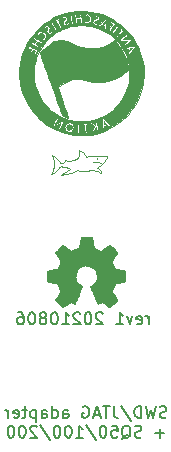
<source format=gbr>
%TF.GenerationSoftware,KiCad,Pcbnew,5.1.10*%
%TF.CreationDate,2021-08-07T23:12:06+02:00*%
%TF.ProjectId,debugconn-2side,64656275-6763-46f6-9e6e-2d3273696465,rev?*%
%TF.SameCoordinates,Original*%
%TF.FileFunction,Legend,Bot*%
%TF.FilePolarity,Positive*%
%FSLAX46Y46*%
G04 Gerber Fmt 4.6, Leading zero omitted, Abs format (unit mm)*
G04 Created by KiCad (PCBNEW 5.1.10) date 2021-08-07 23:12:06*
%MOMM*%
%LPD*%
G01*
G04 APERTURE LIST*
%ADD10C,0.100000*%
%ADD11C,0.150000*%
%ADD12C,0.010000*%
G04 APERTURE END LIST*
D10*
X160908738Y-66060717D02*
X160898637Y-66051424D01*
X157624761Y-66929158D02*
X157683327Y-66843676D01*
X157683327Y-66843676D02*
X157750943Y-66761200D01*
X157750943Y-66761200D02*
X157811274Y-66721952D01*
X161550239Y-65811983D02*
X161437944Y-65812239D01*
X161437944Y-65812239D02*
X161325634Y-65812507D01*
X161325634Y-65812507D02*
X161213294Y-65812800D01*
X161213294Y-65812800D02*
X161100908Y-65813129D01*
X161100908Y-65813129D02*
X161036662Y-65813339D01*
X157811274Y-66721952D02*
X157915384Y-66711812D01*
X157915384Y-66711812D02*
X158016371Y-66726693D01*
X158016371Y-66726693D02*
X158030887Y-66729189D01*
X160922948Y-66064253D02*
X160908738Y-66060717D01*
X160859500Y-66360730D02*
X160756973Y-66357097D01*
X160756973Y-66357097D02*
X160655449Y-66351146D01*
X160655449Y-66351146D02*
X160608741Y-66348057D01*
X159284336Y-66014702D02*
X159193446Y-66060418D01*
X159193446Y-66060418D02*
X159101572Y-66103687D01*
X159101572Y-66103687D02*
X159039289Y-66129966D01*
X158425860Y-67096066D02*
X158342124Y-67155430D01*
X158342124Y-67155430D02*
X158255480Y-67210722D01*
X158255480Y-67210722D02*
X158174922Y-67258153D01*
X158771295Y-66216546D02*
X158668034Y-66245780D01*
X158668034Y-66245780D02*
X158564808Y-66274753D01*
X158564808Y-66274753D02*
X158496000Y-66294000D01*
X160947259Y-66025278D02*
X160951103Y-66038351D01*
X160922948Y-66012448D02*
X160937159Y-66015985D01*
X157361707Y-65900308D02*
X157271759Y-65848089D01*
X157271759Y-65848089D02*
X157178866Y-65801267D01*
X157178866Y-65801267D02*
X157135557Y-65780456D01*
X160027624Y-65897575D02*
X160027624Y-65897575D01*
X160951103Y-66038351D02*
X160947259Y-66051424D01*
X161289108Y-66566647D02*
X161366716Y-66489716D01*
X161366716Y-66489716D02*
X161439211Y-66407295D01*
X161439211Y-66407295D02*
X161507820Y-66321035D01*
X161507820Y-66321035D02*
X161573768Y-66232588D01*
X157779741Y-66348057D02*
X157712432Y-66265805D01*
X157712432Y-66265805D02*
X157652881Y-66178142D01*
X157652881Y-66178142D02*
X157644693Y-66166602D01*
X160915642Y-66013336D02*
X160922948Y-66012448D01*
X160894794Y-66038351D02*
X160895758Y-66031629D01*
X160743044Y-67071636D02*
X160846287Y-67092529D01*
X160846287Y-67092529D02*
X160947521Y-67118967D01*
X160947521Y-67118967D02*
X161012419Y-67142785D01*
X161239409Y-67280539D02*
X161247457Y-67179579D01*
X161247457Y-67179579D02*
X161235976Y-67095487D01*
X158391408Y-67353789D02*
X158495796Y-67330857D01*
X158495796Y-67330857D02*
X158599197Y-67303048D01*
X158599197Y-67303048D02*
X158701626Y-67271187D01*
X158701626Y-67271187D02*
X158803101Y-67236101D01*
X158803101Y-67236101D02*
X158860665Y-67214922D01*
X161807011Y-65902079D02*
X161765040Y-65837829D01*
X160903040Y-66020035D02*
X160908889Y-66015909D01*
X161765040Y-65837829D02*
X161668361Y-65817756D01*
X161036662Y-65813339D02*
X160924835Y-65813885D01*
X160924835Y-65813885D02*
X160813029Y-65815325D01*
X160813029Y-65815325D02*
X160701336Y-65818496D01*
X160701336Y-65818496D02*
X160589845Y-65824235D01*
X160589845Y-65824235D02*
X160526262Y-65828991D01*
X157967297Y-66404694D02*
X157867137Y-66400406D01*
X157867137Y-66400406D02*
X157836589Y-66390514D01*
X160928580Y-66825558D02*
X161022764Y-66765396D01*
X161022764Y-66765396D02*
X161115327Y-66703407D01*
X161115327Y-66703407D02*
X161204649Y-66637766D01*
X161204649Y-66637766D02*
X161289108Y-66566647D01*
X158381941Y-66226511D02*
X158305486Y-66209160D01*
X161123415Y-66946810D02*
X161040717Y-66888137D01*
X161040717Y-66888137D02*
X160947460Y-66835565D01*
X160947460Y-66835565D02*
X160928580Y-66825558D01*
X158210939Y-66268472D02*
X158162396Y-66337545D01*
X160898555Y-66025416D02*
X160903040Y-66020035D01*
X161109320Y-66382041D02*
X161010095Y-66365338D01*
X161010095Y-66365338D02*
X160907209Y-66361398D01*
X160907209Y-66361398D02*
X160859500Y-66360730D01*
X157836589Y-66390514D02*
X157779741Y-66348057D01*
X158496000Y-66294000D02*
X158412043Y-66239566D01*
X158412043Y-66239566D02*
X158381941Y-66226511D01*
X160027624Y-65897580D02*
X159972244Y-65811161D01*
X159972244Y-65811161D02*
X159913150Y-65727927D01*
X159913150Y-65727927D02*
X159869855Y-65675779D01*
X158234723Y-66199399D02*
X158210939Y-66268472D01*
X161235976Y-67095487D02*
X161183637Y-67005646D01*
X161183637Y-67005646D02*
X161123415Y-66946810D01*
X160898637Y-66051424D02*
X160894794Y-66038351D01*
X161012419Y-67142785D02*
X161107525Y-67192106D01*
X161107525Y-67192106D02*
X161191321Y-67246806D01*
X161191321Y-67246806D02*
X161239409Y-67280539D01*
X159414975Y-65352501D02*
X159427103Y-65452057D01*
X159427103Y-65452057D02*
X159428168Y-65466358D01*
X160464587Y-67014757D02*
X160568619Y-67036387D01*
X160568619Y-67036387D02*
X160673034Y-67057723D01*
X160673034Y-67057723D02*
X160743044Y-67071636D01*
X157241113Y-66861925D02*
X157211372Y-66963221D01*
X157211372Y-66963221D02*
X157175225Y-67062421D01*
X157175225Y-67062421D02*
X157134148Y-67160008D01*
X157134148Y-67160008D02*
X157089622Y-67256466D01*
X157089622Y-67256466D02*
X157043124Y-67352278D01*
X157043124Y-67352278D02*
X157027443Y-67384156D01*
X160081682Y-67101844D02*
X160190473Y-67080059D01*
X160190473Y-67080059D02*
X160298185Y-67055615D01*
X160298185Y-67055615D02*
X160405240Y-67029552D01*
X160405240Y-67029552D02*
X160464587Y-67014757D01*
X158640153Y-66915657D02*
X158561302Y-66985270D01*
X158561302Y-66985270D02*
X158480970Y-67052959D01*
X158480970Y-67052959D02*
X158425860Y-67096066D01*
X158860665Y-67214922D02*
X158961235Y-67176158D01*
X158961235Y-67176158D02*
X159061073Y-67135873D01*
X159061073Y-67135873D02*
X159160383Y-67094493D01*
X159160383Y-67094493D02*
X159259370Y-67052443D01*
X159259370Y-67052443D02*
X159315869Y-67028278D01*
X161668361Y-65817756D02*
X161568160Y-65813010D01*
X161568160Y-65813010D02*
X161550239Y-65811983D01*
X159315869Y-67028278D02*
X159410702Y-67060392D01*
X159410702Y-67060392D02*
X159517834Y-67092978D01*
X159517834Y-67092978D02*
X159625927Y-67117911D01*
X159625927Y-67117911D02*
X159698776Y-67128281D01*
X159039289Y-66129966D02*
X158940053Y-66165774D01*
X158940053Y-66165774D02*
X158839062Y-66197019D01*
X158839062Y-66197019D02*
X158771295Y-66216546D01*
X158030887Y-66729189D02*
X158138772Y-66745533D01*
X158138772Y-66745533D02*
X158242729Y-66761001D01*
X158242729Y-66761001D02*
X158342931Y-66781051D01*
X158342931Y-66781051D02*
X158439547Y-66811142D01*
X157896865Y-67406677D02*
X158005798Y-67399381D01*
X158005798Y-67399381D02*
X158114505Y-67390798D01*
X158114505Y-67390798D02*
X158222758Y-67379636D01*
X158222758Y-67379636D02*
X158330331Y-67364608D01*
X158330331Y-67364608D02*
X158391408Y-67353789D01*
X157258453Y-67246901D02*
X157346527Y-67189561D01*
X157346527Y-67189561D02*
X157431204Y-67127617D01*
X157431204Y-67127617D02*
X157511258Y-67058491D01*
X157511258Y-67058491D02*
X157585460Y-66979607D01*
X157585460Y-66979607D02*
X157624761Y-66929158D01*
X158439547Y-66811142D02*
X158534603Y-66855491D01*
X158534603Y-66855491D02*
X158627782Y-66908366D01*
X158627782Y-66908366D02*
X158640153Y-66915657D01*
X160937159Y-66015985D02*
X160947259Y-66025278D01*
X159404559Y-65717092D02*
X159374361Y-65812534D01*
X159374361Y-65812534D02*
X159335972Y-65905266D01*
X159335972Y-65905266D02*
X159293115Y-65996520D01*
X159293115Y-65996520D02*
X159284336Y-66014702D01*
X158305486Y-66209160D02*
X158234723Y-66199399D01*
X160895758Y-66031629D02*
X160898555Y-66025416D01*
X160947259Y-66051424D02*
X160937159Y-66060717D01*
X161347524Y-66510230D02*
X161260970Y-66453007D01*
X161260970Y-66453007D02*
X161171694Y-66404770D01*
X161171694Y-66404770D02*
X161109320Y-66382041D01*
X159652709Y-65494335D02*
X159564772Y-65438790D01*
X159564772Y-65438790D02*
X159475155Y-65386508D01*
X159475155Y-65386508D02*
X159414975Y-65352501D01*
X160908889Y-66015909D02*
X160915642Y-66013336D01*
X161573768Y-66232588D02*
X161633144Y-66150358D01*
X161633144Y-66150358D02*
X161691607Y-66067788D01*
X161691607Y-66067788D02*
X161749461Y-65984990D01*
X161749461Y-65984990D02*
X161807011Y-65902079D01*
X160922948Y-66012448D02*
X160922948Y-66012448D01*
X158174922Y-67258153D02*
X158080072Y-67310668D01*
X158080072Y-67310668D02*
X157984310Y-67361365D01*
X157984310Y-67361365D02*
X157896865Y-67406677D01*
X159869855Y-65675779D02*
X159794331Y-65601511D01*
X159794331Y-65601511D02*
X159711062Y-65535025D01*
X159711062Y-65535025D02*
X159652709Y-65494335D01*
X157644693Y-66166602D02*
X157575757Y-66081306D01*
X157575757Y-66081306D02*
X157497756Y-66003666D01*
X157497756Y-66003666D02*
X157412092Y-65934615D01*
X157412092Y-65934615D02*
X157361707Y-65900308D01*
X160937159Y-66060717D02*
X160922948Y-66064253D01*
X160526262Y-65828991D02*
X160416829Y-65839991D01*
X160416829Y-65839991D02*
X160307659Y-65853941D01*
X160307659Y-65853941D02*
X160198677Y-65870013D01*
X160198677Y-65870013D02*
X160089810Y-65887384D01*
X160089810Y-65887384D02*
X160027624Y-65897575D01*
X157272944Y-66318643D02*
X157282263Y-66420697D01*
X157282263Y-66420697D02*
X157284623Y-66523462D01*
X157284623Y-66523462D02*
X157279937Y-66626220D01*
X157279937Y-66626220D02*
X157268117Y-66728252D01*
X157268117Y-66728252D02*
X157249078Y-66828840D01*
X157249078Y-66828840D02*
X157241113Y-66861925D01*
X157135557Y-65780456D02*
X157167457Y-65880089D01*
X157167457Y-65880089D02*
X157198014Y-65980002D01*
X157198014Y-65980002D02*
X157225887Y-66080473D01*
X157225887Y-66080473D02*
X157249733Y-66181781D01*
X157249733Y-66181781D02*
X157268210Y-66284205D01*
X157268210Y-66284205D02*
X157272944Y-66318643D01*
X157027443Y-67384156D02*
X157114819Y-67333385D01*
X157114819Y-67333385D02*
X157201461Y-67281927D01*
X157201461Y-67281927D02*
X157258453Y-67246901D01*
X159698776Y-67128281D02*
X159806005Y-67132694D01*
X159806005Y-67132694D02*
X159914054Y-67126373D01*
X159914054Y-67126373D02*
X160022040Y-67112137D01*
X160022040Y-67112137D02*
X160081682Y-67101844D01*
X158090570Y-66406618D02*
X157986946Y-66404506D01*
X157986946Y-66404506D02*
X157967297Y-66404694D01*
X158162396Y-66337545D02*
X158090570Y-66406618D01*
X159428168Y-65466358D02*
X159428117Y-65569002D01*
X159428117Y-65569002D02*
X159414933Y-65670930D01*
X159414933Y-65670930D02*
X159404559Y-65717092D01*
D11*
X165313619Y-80081380D02*
X165313619Y-79414714D01*
X165313619Y-79605190D02*
X165266000Y-79509952D01*
X165218380Y-79462333D01*
X165123142Y-79414714D01*
X165027904Y-79414714D01*
X164313619Y-80033761D02*
X164408857Y-80081380D01*
X164599333Y-80081380D01*
X164694571Y-80033761D01*
X164742190Y-79938523D01*
X164742190Y-79557571D01*
X164694571Y-79462333D01*
X164599333Y-79414714D01*
X164408857Y-79414714D01*
X164313619Y-79462333D01*
X164266000Y-79557571D01*
X164266000Y-79652809D01*
X164742190Y-79748047D01*
X163932666Y-79414714D02*
X163694571Y-80081380D01*
X163456476Y-79414714D01*
X162551714Y-80081380D02*
X163123142Y-80081380D01*
X162837428Y-80081380D02*
X162837428Y-79081380D01*
X162932666Y-79224238D01*
X163027904Y-79319476D01*
X163123142Y-79367095D01*
X161408857Y-79176619D02*
X161361238Y-79129000D01*
X161266000Y-79081380D01*
X161027904Y-79081380D01*
X160932666Y-79129000D01*
X160885047Y-79176619D01*
X160837428Y-79271857D01*
X160837428Y-79367095D01*
X160885047Y-79509952D01*
X161456476Y-80081380D01*
X160837428Y-80081380D01*
X160218380Y-79081380D02*
X160123142Y-79081380D01*
X160027904Y-79129000D01*
X159980285Y-79176619D01*
X159932666Y-79271857D01*
X159885047Y-79462333D01*
X159885047Y-79700428D01*
X159932666Y-79890904D01*
X159980285Y-79986142D01*
X160027904Y-80033761D01*
X160123142Y-80081380D01*
X160218380Y-80081380D01*
X160313619Y-80033761D01*
X160361238Y-79986142D01*
X160408857Y-79890904D01*
X160456476Y-79700428D01*
X160456476Y-79462333D01*
X160408857Y-79271857D01*
X160361238Y-79176619D01*
X160313619Y-79129000D01*
X160218380Y-79081380D01*
X159504095Y-79176619D02*
X159456476Y-79129000D01*
X159361238Y-79081380D01*
X159123142Y-79081380D01*
X159027904Y-79129000D01*
X158980285Y-79176619D01*
X158932666Y-79271857D01*
X158932666Y-79367095D01*
X158980285Y-79509952D01*
X159551714Y-80081380D01*
X158932666Y-80081380D01*
X157980285Y-80081380D02*
X158551714Y-80081380D01*
X158266000Y-80081380D02*
X158266000Y-79081380D01*
X158361238Y-79224238D01*
X158456476Y-79319476D01*
X158551714Y-79367095D01*
X157361238Y-79081380D02*
X157266000Y-79081380D01*
X157170761Y-79129000D01*
X157123142Y-79176619D01*
X157075523Y-79271857D01*
X157027904Y-79462333D01*
X157027904Y-79700428D01*
X157075523Y-79890904D01*
X157123142Y-79986142D01*
X157170761Y-80033761D01*
X157266000Y-80081380D01*
X157361238Y-80081380D01*
X157456476Y-80033761D01*
X157504095Y-79986142D01*
X157551714Y-79890904D01*
X157599333Y-79700428D01*
X157599333Y-79462333D01*
X157551714Y-79271857D01*
X157504095Y-79176619D01*
X157456476Y-79129000D01*
X157361238Y-79081380D01*
X156456476Y-79509952D02*
X156551714Y-79462333D01*
X156599333Y-79414714D01*
X156646952Y-79319476D01*
X156646952Y-79271857D01*
X156599333Y-79176619D01*
X156551714Y-79129000D01*
X156456476Y-79081380D01*
X156266000Y-79081380D01*
X156170761Y-79129000D01*
X156123142Y-79176619D01*
X156075523Y-79271857D01*
X156075523Y-79319476D01*
X156123142Y-79414714D01*
X156170761Y-79462333D01*
X156266000Y-79509952D01*
X156456476Y-79509952D01*
X156551714Y-79557571D01*
X156599333Y-79605190D01*
X156646952Y-79700428D01*
X156646952Y-79890904D01*
X156599333Y-79986142D01*
X156551714Y-80033761D01*
X156456476Y-80081380D01*
X156266000Y-80081380D01*
X156170761Y-80033761D01*
X156123142Y-79986142D01*
X156075523Y-79890904D01*
X156075523Y-79700428D01*
X156123142Y-79605190D01*
X156170761Y-79557571D01*
X156266000Y-79509952D01*
X155456476Y-79081380D02*
X155361238Y-79081380D01*
X155266000Y-79129000D01*
X155218380Y-79176619D01*
X155170761Y-79271857D01*
X155123142Y-79462333D01*
X155123142Y-79700428D01*
X155170761Y-79890904D01*
X155218380Y-79986142D01*
X155266000Y-80033761D01*
X155361238Y-80081380D01*
X155456476Y-80081380D01*
X155551714Y-80033761D01*
X155599333Y-79986142D01*
X155646952Y-79890904D01*
X155694571Y-79700428D01*
X155694571Y-79462333D01*
X155646952Y-79271857D01*
X155599333Y-79176619D01*
X155551714Y-79129000D01*
X155456476Y-79081380D01*
X154266000Y-79081380D02*
X154456476Y-79081380D01*
X154551714Y-79129000D01*
X154599333Y-79176619D01*
X154694571Y-79319476D01*
X154742190Y-79509952D01*
X154742190Y-79890904D01*
X154694571Y-79986142D01*
X154646952Y-80033761D01*
X154551714Y-80081380D01*
X154361238Y-80081380D01*
X154266000Y-80033761D01*
X154218380Y-79986142D01*
X154170761Y-79890904D01*
X154170761Y-79652809D01*
X154218380Y-79557571D01*
X154266000Y-79509952D01*
X154361238Y-79462333D01*
X154551714Y-79462333D01*
X154646952Y-79509952D01*
X154694571Y-79557571D01*
X154742190Y-79652809D01*
X166805714Y-87971761D02*
X166662857Y-88019380D01*
X166424761Y-88019380D01*
X166329523Y-87971761D01*
X166281904Y-87924142D01*
X166234285Y-87828904D01*
X166234285Y-87733666D01*
X166281904Y-87638428D01*
X166329523Y-87590809D01*
X166424761Y-87543190D01*
X166615238Y-87495571D01*
X166710476Y-87447952D01*
X166758095Y-87400333D01*
X166805714Y-87305095D01*
X166805714Y-87209857D01*
X166758095Y-87114619D01*
X166710476Y-87067000D01*
X166615238Y-87019380D01*
X166377142Y-87019380D01*
X166234285Y-87067000D01*
X165900952Y-87019380D02*
X165662857Y-88019380D01*
X165472380Y-87305095D01*
X165281904Y-88019380D01*
X165043809Y-87019380D01*
X164662857Y-88019380D02*
X164662857Y-87019380D01*
X164424761Y-87019380D01*
X164281904Y-87067000D01*
X164186666Y-87162238D01*
X164139047Y-87257476D01*
X164091428Y-87447952D01*
X164091428Y-87590809D01*
X164139047Y-87781285D01*
X164186666Y-87876523D01*
X164281904Y-87971761D01*
X164424761Y-88019380D01*
X164662857Y-88019380D01*
X162948571Y-86971761D02*
X163805714Y-88257476D01*
X162329523Y-87019380D02*
X162329523Y-87733666D01*
X162377142Y-87876523D01*
X162472380Y-87971761D01*
X162615238Y-88019380D01*
X162710476Y-88019380D01*
X161996190Y-87019380D02*
X161424761Y-87019380D01*
X161710476Y-88019380D02*
X161710476Y-87019380D01*
X161139047Y-87733666D02*
X160662857Y-87733666D01*
X161234285Y-88019380D02*
X160900952Y-87019380D01*
X160567619Y-88019380D01*
X159710476Y-87067000D02*
X159805714Y-87019380D01*
X159948571Y-87019380D01*
X160091428Y-87067000D01*
X160186666Y-87162238D01*
X160234285Y-87257476D01*
X160281904Y-87447952D01*
X160281904Y-87590809D01*
X160234285Y-87781285D01*
X160186666Y-87876523D01*
X160091428Y-87971761D01*
X159948571Y-88019380D01*
X159853333Y-88019380D01*
X159710476Y-87971761D01*
X159662857Y-87924142D01*
X159662857Y-87590809D01*
X159853333Y-87590809D01*
X158043809Y-88019380D02*
X158043809Y-87495571D01*
X158091428Y-87400333D01*
X158186666Y-87352714D01*
X158377142Y-87352714D01*
X158472380Y-87400333D01*
X158043809Y-87971761D02*
X158139047Y-88019380D01*
X158377142Y-88019380D01*
X158472380Y-87971761D01*
X158520000Y-87876523D01*
X158520000Y-87781285D01*
X158472380Y-87686047D01*
X158377142Y-87638428D01*
X158139047Y-87638428D01*
X158043809Y-87590809D01*
X157139047Y-88019380D02*
X157139047Y-87019380D01*
X157139047Y-87971761D02*
X157234285Y-88019380D01*
X157424761Y-88019380D01*
X157520000Y-87971761D01*
X157567619Y-87924142D01*
X157615238Y-87828904D01*
X157615238Y-87543190D01*
X157567619Y-87447952D01*
X157520000Y-87400333D01*
X157424761Y-87352714D01*
X157234285Y-87352714D01*
X157139047Y-87400333D01*
X156234285Y-88019380D02*
X156234285Y-87495571D01*
X156281904Y-87400333D01*
X156377142Y-87352714D01*
X156567619Y-87352714D01*
X156662857Y-87400333D01*
X156234285Y-87971761D02*
X156329523Y-88019380D01*
X156567619Y-88019380D01*
X156662857Y-87971761D01*
X156710476Y-87876523D01*
X156710476Y-87781285D01*
X156662857Y-87686047D01*
X156567619Y-87638428D01*
X156329523Y-87638428D01*
X156234285Y-87590809D01*
X155758095Y-87352714D02*
X155758095Y-88352714D01*
X155758095Y-87400333D02*
X155662857Y-87352714D01*
X155472380Y-87352714D01*
X155377142Y-87400333D01*
X155329523Y-87447952D01*
X155281904Y-87543190D01*
X155281904Y-87828904D01*
X155329523Y-87924142D01*
X155377142Y-87971761D01*
X155472380Y-88019380D01*
X155662857Y-88019380D01*
X155758095Y-87971761D01*
X154996190Y-87352714D02*
X154615238Y-87352714D01*
X154853333Y-87019380D02*
X154853333Y-87876523D01*
X154805714Y-87971761D01*
X154710476Y-88019380D01*
X154615238Y-88019380D01*
X153900952Y-87971761D02*
X153996190Y-88019380D01*
X154186666Y-88019380D01*
X154281904Y-87971761D01*
X154329523Y-87876523D01*
X154329523Y-87495571D01*
X154281904Y-87400333D01*
X154186666Y-87352714D01*
X153996190Y-87352714D01*
X153900952Y-87400333D01*
X153853333Y-87495571D01*
X153853333Y-87590809D01*
X154329523Y-87686047D01*
X153424761Y-88019380D02*
X153424761Y-87352714D01*
X153424761Y-87543190D02*
X153377142Y-87447952D01*
X153329523Y-87400333D01*
X153234285Y-87352714D01*
X153139047Y-87352714D01*
X166639047Y-89288428D02*
X165877142Y-89288428D01*
X166258095Y-89669380D02*
X166258095Y-88907476D01*
X164686666Y-89621761D02*
X164543809Y-89669380D01*
X164305714Y-89669380D01*
X164210476Y-89621761D01*
X164162857Y-89574142D01*
X164115238Y-89478904D01*
X164115238Y-89383666D01*
X164162857Y-89288428D01*
X164210476Y-89240809D01*
X164305714Y-89193190D01*
X164496190Y-89145571D01*
X164591428Y-89097952D01*
X164639047Y-89050333D01*
X164686666Y-88955095D01*
X164686666Y-88859857D01*
X164639047Y-88764619D01*
X164591428Y-88717000D01*
X164496190Y-88669380D01*
X164258095Y-88669380D01*
X164115238Y-88717000D01*
X163020000Y-89764619D02*
X163115238Y-89717000D01*
X163210476Y-89621761D01*
X163353333Y-89478904D01*
X163448571Y-89431285D01*
X163543809Y-89431285D01*
X163496190Y-89669380D02*
X163591428Y-89621761D01*
X163686666Y-89526523D01*
X163734285Y-89336047D01*
X163734285Y-89002714D01*
X163686666Y-88812238D01*
X163591428Y-88717000D01*
X163496190Y-88669380D01*
X163305714Y-88669380D01*
X163210476Y-88717000D01*
X163115238Y-88812238D01*
X163067619Y-89002714D01*
X163067619Y-89336047D01*
X163115238Y-89526523D01*
X163210476Y-89621761D01*
X163305714Y-89669380D01*
X163496190Y-89669380D01*
X162162857Y-88669380D02*
X162639047Y-88669380D01*
X162686666Y-89145571D01*
X162639047Y-89097952D01*
X162543809Y-89050333D01*
X162305714Y-89050333D01*
X162210476Y-89097952D01*
X162162857Y-89145571D01*
X162115238Y-89240809D01*
X162115238Y-89478904D01*
X162162857Y-89574142D01*
X162210476Y-89621761D01*
X162305714Y-89669380D01*
X162543809Y-89669380D01*
X162639047Y-89621761D01*
X162686666Y-89574142D01*
X161496190Y-88669380D02*
X161400952Y-88669380D01*
X161305714Y-88717000D01*
X161258095Y-88764619D01*
X161210476Y-88859857D01*
X161162857Y-89050333D01*
X161162857Y-89288428D01*
X161210476Y-89478904D01*
X161258095Y-89574142D01*
X161305714Y-89621761D01*
X161400952Y-89669380D01*
X161496190Y-89669380D01*
X161591428Y-89621761D01*
X161639047Y-89574142D01*
X161686666Y-89478904D01*
X161734285Y-89288428D01*
X161734285Y-89050333D01*
X161686666Y-88859857D01*
X161639047Y-88764619D01*
X161591428Y-88717000D01*
X161496190Y-88669380D01*
X160020000Y-88621761D02*
X160877142Y-89907476D01*
X159162857Y-89669380D02*
X159734285Y-89669380D01*
X159448571Y-89669380D02*
X159448571Y-88669380D01*
X159543809Y-88812238D01*
X159639047Y-88907476D01*
X159734285Y-88955095D01*
X158543809Y-88669380D02*
X158448571Y-88669380D01*
X158353333Y-88717000D01*
X158305714Y-88764619D01*
X158258095Y-88859857D01*
X158210476Y-89050333D01*
X158210476Y-89288428D01*
X158258095Y-89478904D01*
X158305714Y-89574142D01*
X158353333Y-89621761D01*
X158448571Y-89669380D01*
X158543809Y-89669380D01*
X158639047Y-89621761D01*
X158686666Y-89574142D01*
X158734285Y-89478904D01*
X158781904Y-89288428D01*
X158781904Y-89050333D01*
X158734285Y-88859857D01*
X158686666Y-88764619D01*
X158639047Y-88717000D01*
X158543809Y-88669380D01*
X157591428Y-88669380D02*
X157496190Y-88669380D01*
X157400952Y-88717000D01*
X157353333Y-88764619D01*
X157305714Y-88859857D01*
X157258095Y-89050333D01*
X157258095Y-89288428D01*
X157305714Y-89478904D01*
X157353333Y-89574142D01*
X157400952Y-89621761D01*
X157496190Y-89669380D01*
X157591428Y-89669380D01*
X157686666Y-89621761D01*
X157734285Y-89574142D01*
X157781904Y-89478904D01*
X157829523Y-89288428D01*
X157829523Y-89050333D01*
X157781904Y-88859857D01*
X157734285Y-88764619D01*
X157686666Y-88717000D01*
X157591428Y-88669380D01*
X156115238Y-88621761D02*
X156972380Y-89907476D01*
X155829523Y-88764619D02*
X155781904Y-88717000D01*
X155686666Y-88669380D01*
X155448571Y-88669380D01*
X155353333Y-88717000D01*
X155305714Y-88764619D01*
X155258095Y-88859857D01*
X155258095Y-88955095D01*
X155305714Y-89097952D01*
X155877142Y-89669380D01*
X155258095Y-89669380D01*
X154639047Y-88669380D02*
X154543809Y-88669380D01*
X154448571Y-88717000D01*
X154400952Y-88764619D01*
X154353333Y-88859857D01*
X154305714Y-89050333D01*
X154305714Y-89288428D01*
X154353333Y-89478904D01*
X154400952Y-89574142D01*
X154448571Y-89621761D01*
X154543809Y-89669380D01*
X154639047Y-89669380D01*
X154734285Y-89621761D01*
X154781904Y-89574142D01*
X154829523Y-89478904D01*
X154877142Y-89288428D01*
X154877142Y-89050333D01*
X154829523Y-88859857D01*
X154781904Y-88764619D01*
X154734285Y-88717000D01*
X154639047Y-88669380D01*
X153686666Y-88669380D02*
X153591428Y-88669380D01*
X153496190Y-88717000D01*
X153448571Y-88764619D01*
X153400952Y-88859857D01*
X153353333Y-89050333D01*
X153353333Y-89288428D01*
X153400952Y-89478904D01*
X153448571Y-89574142D01*
X153496190Y-89621761D01*
X153591428Y-89669380D01*
X153686666Y-89669380D01*
X153781904Y-89621761D01*
X153829523Y-89574142D01*
X153877142Y-89478904D01*
X153924761Y-89288428D01*
X153924761Y-89050333D01*
X153877142Y-88859857D01*
X153829523Y-88764619D01*
X153781904Y-88717000D01*
X153686666Y-88669380D01*
D12*
%TO.C,G1*%
G36*
X161505693Y-54495336D02*
G01*
X161446251Y-54561707D01*
X161418075Y-54616114D01*
X161425361Y-54648059D01*
X161442914Y-54652333D01*
X161490211Y-54661642D01*
X161513470Y-54669464D01*
X161548160Y-54667920D01*
X161558495Y-54620387D01*
X161558497Y-54620075D01*
X161566043Y-54537808D01*
X161576634Y-54483000D01*
X161594385Y-54412444D01*
X161505693Y-54495336D01*
G37*
X161505693Y-54495336D02*
X161446251Y-54561707D01*
X161418075Y-54616114D01*
X161425361Y-54648059D01*
X161442914Y-54652333D01*
X161490211Y-54661642D01*
X161513470Y-54669464D01*
X161548160Y-54667920D01*
X161558495Y-54620387D01*
X161558497Y-54620075D01*
X161566043Y-54537808D01*
X161576634Y-54483000D01*
X161594385Y-54412444D01*
X161505693Y-54495336D01*
G36*
X163803960Y-56689352D02*
G01*
X163717792Y-56705645D01*
X163683827Y-56738238D01*
X163699304Y-56790586D01*
X163710229Y-56806694D01*
X163736252Y-56834028D01*
X163764091Y-56830284D01*
X163808902Y-56790618D01*
X163830554Y-56768239D01*
X163914667Y-56680261D01*
X163803960Y-56689352D01*
G37*
X163803960Y-56689352D02*
X163717792Y-56705645D01*
X163683827Y-56738238D01*
X163699304Y-56790586D01*
X163710229Y-56806694D01*
X163736252Y-56834028D01*
X163764091Y-56830284D01*
X163808902Y-56790618D01*
X163830554Y-56768239D01*
X163914667Y-56680261D01*
X163803960Y-56689352D01*
G36*
X162386553Y-56025578D02*
G01*
X162334910Y-56073465D01*
X162289396Y-56119086D01*
X162201809Y-56190867D01*
X162072994Y-56272755D01*
X161915724Y-56358438D01*
X161742774Y-56441603D01*
X161566919Y-56515936D01*
X161400933Y-56575127D01*
X161318222Y-56599005D01*
X160920542Y-56673792D01*
X160506853Y-56699487D01*
X160087452Y-56676937D01*
X159672636Y-56606992D01*
X159272700Y-56490498D01*
X159080812Y-56414749D01*
X158812718Y-56299925D01*
X158588934Y-56207343D01*
X158402725Y-56135154D01*
X158247355Y-56081511D01*
X158116087Y-56044566D01*
X158002187Y-56022471D01*
X157898919Y-56013378D01*
X157799547Y-56015440D01*
X157697336Y-56026808D01*
X157677577Y-56029784D01*
X157493705Y-56069377D01*
X157317033Y-56132147D01*
X157139573Y-56222756D01*
X156953340Y-56345869D01*
X156750348Y-56506148D01*
X156534556Y-56697226D01*
X156421175Y-56800002D01*
X156316063Y-56892140D01*
X156229221Y-56965093D01*
X156170649Y-57010311D01*
X156160611Y-57016878D01*
X156106905Y-57055030D01*
X156083070Y-57083763D01*
X156083000Y-57084714D01*
X156092371Y-57114259D01*
X156119431Y-57192484D01*
X156162602Y-57315019D01*
X156220305Y-57477491D01*
X156290961Y-57675528D01*
X156372992Y-57904757D01*
X156464818Y-58160806D01*
X156564862Y-58439302D01*
X156671543Y-58735874D01*
X156783284Y-59046149D01*
X156898506Y-59365755D01*
X157015630Y-59690319D01*
X157133077Y-60015470D01*
X157249268Y-60336834D01*
X157362626Y-60650039D01*
X157471570Y-60950714D01*
X157574523Y-61234485D01*
X157669906Y-61496982D01*
X157756139Y-61733830D01*
X157831645Y-61940658D01*
X157894844Y-62113094D01*
X157944158Y-62246765D01*
X157978007Y-62337299D01*
X157994814Y-62380324D01*
X157996086Y-62383011D01*
X158032530Y-62417062D01*
X158101011Y-62460110D01*
X158188800Y-62506393D01*
X158283170Y-62550151D01*
X158371392Y-62585621D01*
X158440738Y-62607044D01*
X158478481Y-62608657D01*
X158481889Y-62602905D01*
X158473336Y-62575104D01*
X158448801Y-62498861D01*
X158409974Y-62379343D01*
X158358543Y-62221716D01*
X158296196Y-62031147D01*
X158224622Y-61812802D01*
X158145510Y-61571847D01*
X158060547Y-61313448D01*
X158048339Y-61276350D01*
X157614788Y-59958964D01*
X157871950Y-59798442D01*
X158170635Y-59620133D01*
X158437338Y-59480270D01*
X158679890Y-59377287D01*
X158906123Y-59309622D01*
X159123870Y-59275709D01*
X159340963Y-59273985D01*
X159565233Y-59302886D01*
X159804514Y-59360847D01*
X159906908Y-59392050D01*
X160141654Y-59462991D01*
X160344459Y-59513363D01*
X160534633Y-59546248D01*
X160731486Y-59564730D01*
X160954326Y-59571890D01*
X161036000Y-59572294D01*
X161408914Y-59556857D01*
X161750696Y-59507939D01*
X162078293Y-59421629D01*
X162408653Y-59294014D01*
X162570926Y-59218051D01*
X162726524Y-59136461D01*
X162889139Y-59042365D01*
X163050505Y-58941489D01*
X163202357Y-58839562D01*
X163336431Y-58742309D01*
X163444460Y-58655456D01*
X163518181Y-58584732D01*
X163547844Y-58541158D01*
X163552810Y-58479693D01*
X163543409Y-58375165D01*
X163521797Y-58238483D01*
X163490129Y-58080557D01*
X163450559Y-57912296D01*
X163405244Y-57744609D01*
X163364338Y-57612244D01*
X163251348Y-57303801D01*
X163123904Y-57025599D01*
X162969444Y-56751468D01*
X162893465Y-56631208D01*
X162822369Y-56525761D01*
X162740415Y-56410528D01*
X162654645Y-56294647D01*
X162572104Y-56187256D01*
X162499832Y-56097494D01*
X162444874Y-56034498D01*
X162414271Y-56007408D01*
X162412408Y-56007000D01*
X162386553Y-56025578D01*
G37*
X162386553Y-56025578D02*
X162334910Y-56073465D01*
X162289396Y-56119086D01*
X162201809Y-56190867D01*
X162072994Y-56272755D01*
X161915724Y-56358438D01*
X161742774Y-56441603D01*
X161566919Y-56515936D01*
X161400933Y-56575127D01*
X161318222Y-56599005D01*
X160920542Y-56673792D01*
X160506853Y-56699487D01*
X160087452Y-56676937D01*
X159672636Y-56606992D01*
X159272700Y-56490498D01*
X159080812Y-56414749D01*
X158812718Y-56299925D01*
X158588934Y-56207343D01*
X158402725Y-56135154D01*
X158247355Y-56081511D01*
X158116087Y-56044566D01*
X158002187Y-56022471D01*
X157898919Y-56013378D01*
X157799547Y-56015440D01*
X157697336Y-56026808D01*
X157677577Y-56029784D01*
X157493705Y-56069377D01*
X157317033Y-56132147D01*
X157139573Y-56222756D01*
X156953340Y-56345869D01*
X156750348Y-56506148D01*
X156534556Y-56697226D01*
X156421175Y-56800002D01*
X156316063Y-56892140D01*
X156229221Y-56965093D01*
X156170649Y-57010311D01*
X156160611Y-57016878D01*
X156106905Y-57055030D01*
X156083070Y-57083763D01*
X156083000Y-57084714D01*
X156092371Y-57114259D01*
X156119431Y-57192484D01*
X156162602Y-57315019D01*
X156220305Y-57477491D01*
X156290961Y-57675528D01*
X156372992Y-57904757D01*
X156464818Y-58160806D01*
X156564862Y-58439302D01*
X156671543Y-58735874D01*
X156783284Y-59046149D01*
X156898506Y-59365755D01*
X157015630Y-59690319D01*
X157133077Y-60015470D01*
X157249268Y-60336834D01*
X157362626Y-60650039D01*
X157471570Y-60950714D01*
X157574523Y-61234485D01*
X157669906Y-61496982D01*
X157756139Y-61733830D01*
X157831645Y-61940658D01*
X157894844Y-62113094D01*
X157944158Y-62246765D01*
X157978007Y-62337299D01*
X157994814Y-62380324D01*
X157996086Y-62383011D01*
X158032530Y-62417062D01*
X158101011Y-62460110D01*
X158188800Y-62506393D01*
X158283170Y-62550151D01*
X158371392Y-62585621D01*
X158440738Y-62607044D01*
X158478481Y-62608657D01*
X158481889Y-62602905D01*
X158473336Y-62575104D01*
X158448801Y-62498861D01*
X158409974Y-62379343D01*
X158358543Y-62221716D01*
X158296196Y-62031147D01*
X158224622Y-61812802D01*
X158145510Y-61571847D01*
X158060547Y-61313448D01*
X158048339Y-61276350D01*
X157614788Y-59958964D01*
X157871950Y-59798442D01*
X158170635Y-59620133D01*
X158437338Y-59480270D01*
X158679890Y-59377287D01*
X158906123Y-59309622D01*
X159123870Y-59275709D01*
X159340963Y-59273985D01*
X159565233Y-59302886D01*
X159804514Y-59360847D01*
X159906908Y-59392050D01*
X160141654Y-59462991D01*
X160344459Y-59513363D01*
X160534633Y-59546248D01*
X160731486Y-59564730D01*
X160954326Y-59571890D01*
X161036000Y-59572294D01*
X161408914Y-59556857D01*
X161750696Y-59507939D01*
X162078293Y-59421629D01*
X162408653Y-59294014D01*
X162570926Y-59218051D01*
X162726524Y-59136461D01*
X162889139Y-59042365D01*
X163050505Y-58941489D01*
X163202357Y-58839562D01*
X163336431Y-58742309D01*
X163444460Y-58655456D01*
X163518181Y-58584732D01*
X163547844Y-58541158D01*
X163552810Y-58479693D01*
X163543409Y-58375165D01*
X163521797Y-58238483D01*
X163490129Y-58080557D01*
X163450559Y-57912296D01*
X163405244Y-57744609D01*
X163364338Y-57612244D01*
X163251348Y-57303801D01*
X163123904Y-57025599D01*
X162969444Y-56751468D01*
X162893465Y-56631208D01*
X162822369Y-56525761D01*
X162740415Y-56410528D01*
X162654645Y-56294647D01*
X162572104Y-56187256D01*
X162499832Y-56097494D01*
X162444874Y-56034498D01*
X162414271Y-56007408D01*
X162412408Y-56007000D01*
X162386553Y-56025578D01*
G36*
X161504904Y-62930739D02*
G01*
X161504480Y-62955056D01*
X161516947Y-63058889D01*
X161545187Y-63112539D01*
X161592362Y-63120841D01*
X161609534Y-63115645D01*
X161675067Y-63091092D01*
X161615275Y-63007122D01*
X161556072Y-62932141D01*
X161519895Y-62906969D01*
X161504904Y-62930739D01*
G37*
X161504904Y-62930739D02*
X161504480Y-62955056D01*
X161516947Y-63058889D01*
X161545187Y-63112539D01*
X161592362Y-63120841D01*
X161609534Y-63115645D01*
X161675067Y-63091092D01*
X161615275Y-63007122D01*
X161556072Y-62932141D01*
X161519895Y-62906969D01*
X161504904Y-62930739D01*
G36*
X158495597Y-63169098D02*
G01*
X158411041Y-63237383D01*
X158360624Y-63310338D01*
X158346348Y-63378509D01*
X158351135Y-63427883D01*
X158383064Y-63514241D01*
X158441509Y-63591796D01*
X158511053Y-63643510D01*
X158556841Y-63655222D01*
X158601062Y-63636417D01*
X158664603Y-63588582D01*
X158699949Y-63555695D01*
X158759982Y-63489656D01*
X158785656Y-63436984D01*
X158786107Y-63375075D01*
X158782652Y-63351084D01*
X158743589Y-63242792D01*
X158674866Y-63173959D01*
X158588273Y-63148192D01*
X158495597Y-63169098D01*
G37*
X158495597Y-63169098D02*
X158411041Y-63237383D01*
X158360624Y-63310338D01*
X158346348Y-63378509D01*
X158351135Y-63427883D01*
X158383064Y-63514241D01*
X158441509Y-63591796D01*
X158511053Y-63643510D01*
X158556841Y-63655222D01*
X158601062Y-63636417D01*
X158664603Y-63588582D01*
X158699949Y-63555695D01*
X158759982Y-63489656D01*
X158785656Y-63436984D01*
X158786107Y-63375075D01*
X158782652Y-63351084D01*
X158743589Y-63242792D01*
X158674866Y-63173959D01*
X158588273Y-63148192D01*
X158495597Y-63169098D01*
G36*
X159267736Y-53566002D02*
G01*
X158740880Y-53626032D01*
X158240197Y-53733447D01*
X157751111Y-53892355D01*
X157278248Y-54102688D01*
X156826208Y-54360635D01*
X156399596Y-54662385D01*
X156003012Y-55004127D01*
X155641061Y-55382051D01*
X155318343Y-55792345D01*
X155039463Y-56231199D01*
X154897876Y-56500889D01*
X154683656Y-57004663D01*
X154523788Y-57519036D01*
X154417952Y-58040574D01*
X154365830Y-58565839D01*
X154367102Y-59091398D01*
X154421447Y-59613815D01*
X154528547Y-60129653D01*
X154688082Y-60635478D01*
X154899733Y-61127854D01*
X155163179Y-61603346D01*
X155405840Y-61962236D01*
X155530485Y-62118264D01*
X155689185Y-62296082D01*
X155870330Y-62484305D01*
X156062310Y-62671549D01*
X156253512Y-62846430D01*
X156432327Y-62997564D01*
X156562947Y-63096764D01*
X157023510Y-63390610D01*
X157501688Y-63632462D01*
X158002267Y-63824327D01*
X158530035Y-63968217D01*
X158741221Y-64011200D01*
X158900240Y-64033324D01*
X159101230Y-64050117D01*
X159329950Y-64061369D01*
X159572160Y-64066874D01*
X159813618Y-64066422D01*
X160040085Y-64059806D01*
X160237320Y-64046817D01*
X160344556Y-64034653D01*
X160870490Y-63932764D01*
X161376759Y-63780091D01*
X161725710Y-63635396D01*
X161048280Y-63635396D01*
X161047572Y-63637793D01*
X161014339Y-63653441D01*
X160974776Y-63667007D01*
X160937097Y-63673578D01*
X160911520Y-63658423D01*
X160892093Y-63611339D01*
X160872861Y-63522127D01*
X160865077Y-63479080D01*
X160848294Y-63415103D01*
X160829630Y-63386260D01*
X160824904Y-63386758D01*
X160804527Y-63418321D01*
X160772716Y-63487429D01*
X160740486Y-63568366D01*
X160695371Y-63672448D01*
X160653439Y-63729892D01*
X160616876Y-63748567D01*
X160531021Y-63762820D01*
X160491096Y-63762236D01*
X160485667Y-63755563D01*
X160496583Y-63725894D01*
X160525676Y-63657700D01*
X160567467Y-63563704D01*
X160584445Y-63526262D01*
X160629333Y-63427095D01*
X160663558Y-63350218D01*
X160681684Y-63307890D01*
X160683222Y-63303450D01*
X160662642Y-63284612D01*
X160608080Y-63240109D01*
X160530300Y-63178677D01*
X160510003Y-63162874D01*
X160447913Y-63112138D01*
X160127071Y-63112138D01*
X160126393Y-63161467D01*
X160089623Y-63186831D01*
X160055980Y-63195059D01*
X159997975Y-63213833D01*
X159982183Y-63249095D01*
X159987069Y-63285953D01*
X159996149Y-63347883D01*
X160007320Y-63447723D01*
X160018585Y-63567086D01*
X160021886Y-63606438D01*
X160041873Y-63852778D01*
X159970496Y-63852778D01*
X159908307Y-63834815D01*
X159883599Y-63789278D01*
X159874306Y-63732679D01*
X159863077Y-63637248D01*
X159851890Y-63520461D01*
X159848436Y-63478833D01*
X159828794Y-63231889D01*
X159748008Y-63231889D01*
X159689307Y-63223402D01*
X159668660Y-63187983D01*
X159667222Y-63161333D01*
X159679324Y-63107753D01*
X159700676Y-63090778D01*
X159385000Y-63090778D01*
X159385000Y-63881000D01*
X159207089Y-63881000D01*
X159225489Y-63580276D01*
X159233237Y-63444821D01*
X159237538Y-63357837D01*
X158948809Y-63357837D01*
X158930600Y-63496117D01*
X158909302Y-63553794D01*
X158827566Y-63676907D01*
X158715655Y-63758965D01*
X158584700Y-63795911D01*
X158445827Y-63783687D01*
X158365381Y-63752128D01*
X158293526Y-63690517D01*
X158229439Y-63594352D01*
X158185153Y-63485364D01*
X158172064Y-63403077D01*
X158195646Y-63284124D01*
X158260173Y-63166168D01*
X158353262Y-63068696D01*
X158406783Y-63033662D01*
X158538566Y-62990160D01*
X158663395Y-62995630D01*
X158774051Y-63042604D01*
X158863317Y-63123610D01*
X158923976Y-63231178D01*
X158948809Y-63357837D01*
X159237538Y-63357837D01*
X159239374Y-63320713D01*
X159243115Y-63224847D01*
X159243889Y-63185165D01*
X159249758Y-63120280D01*
X159275742Y-63094526D01*
X159314445Y-63090778D01*
X159385000Y-63090778D01*
X159700676Y-63090778D01*
X159702500Y-63089328D01*
X159747231Y-63085618D01*
X159829709Y-63077332D01*
X159926100Y-63066922D01*
X160026311Y-63056847D01*
X160083835Y-63056663D01*
X160112007Y-63069370D01*
X160124162Y-63097970D01*
X160127071Y-63112138D01*
X160447913Y-63112138D01*
X160421380Y-63090457D01*
X160375361Y-63042578D01*
X160367001Y-63013359D01*
X160375948Y-63003555D01*
X160442483Y-62980352D01*
X160516079Y-62996869D01*
X160606673Y-63056304D01*
X160647976Y-63091120D01*
X160717255Y-63148830D01*
X160768366Y-63185310D01*
X160788217Y-63192746D01*
X160788700Y-63160975D01*
X160776122Y-63094962D01*
X160768481Y-63064753D01*
X160750214Y-62970104D01*
X160761355Y-62916513D01*
X160805335Y-62894925D01*
X160833480Y-62893222D01*
X160859738Y-62897587D01*
X160881302Y-62916433D01*
X160901556Y-62958382D01*
X160923880Y-63032060D01*
X160951658Y-63146091D01*
X160977441Y-63260299D01*
X161006732Y-63396317D01*
X161029598Y-63511147D01*
X161044095Y-63594327D01*
X161048280Y-63635396D01*
X161725710Y-63635396D01*
X161860523Y-63579495D01*
X162318942Y-63333839D01*
X162468298Y-63233910D01*
X162037889Y-63233910D01*
X162015315Y-63256934D01*
X161970043Y-63281964D01*
X161910912Y-63297400D01*
X161864449Y-63270566D01*
X161852780Y-63258271D01*
X161803688Y-63216576D01*
X161750189Y-63207557D01*
X161674895Y-63230663D01*
X161629624Y-63251227D01*
X161562336Y-63291495D01*
X161534328Y-63338753D01*
X161529889Y-63390269D01*
X161521971Y-63455352D01*
X161488040Y-63490314D01*
X161413590Y-63510837D01*
X161401529Y-63487182D01*
X161388235Y-63422527D01*
X161378976Y-63351833D01*
X161370311Y-63244797D01*
X161362758Y-63107434D01*
X161357696Y-62965861D01*
X161357055Y-62936807D01*
X161356663Y-62801889D01*
X161364642Y-62709454D01*
X161385777Y-62659307D01*
X161424850Y-62651255D01*
X161486645Y-62685104D01*
X161575945Y-62760659D01*
X161697535Y-62877727D01*
X161741335Y-62921224D01*
X161845386Y-63026016D01*
X161933479Y-63116825D01*
X161998599Y-63186254D01*
X162033731Y-63226905D01*
X162037889Y-63233910D01*
X162468298Y-63233910D01*
X162749177Y-63045985D01*
X163148389Y-62718795D01*
X163513737Y-62355132D01*
X163842383Y-61957857D01*
X164131487Y-61529833D01*
X164378209Y-61073922D01*
X164579710Y-60592986D01*
X164733150Y-60089888D01*
X164835691Y-59567489D01*
X164845167Y-59498054D01*
X164887593Y-58957599D01*
X164884305Y-58815111D01*
X163660258Y-58815111D01*
X163658998Y-59035682D01*
X163654737Y-59211003D01*
X163646746Y-59352224D01*
X163634300Y-59470493D01*
X163616672Y-59576959D01*
X163607854Y-59619444D01*
X163477636Y-60092786D01*
X163298541Y-60540212D01*
X163067752Y-60968367D01*
X162974026Y-61115222D01*
X162855700Y-61274921D01*
X162702897Y-61453820D01*
X162527780Y-61639762D01*
X162342512Y-61820591D01*
X162159256Y-61984148D01*
X161990173Y-62118278D01*
X161925000Y-62163782D01*
X161503325Y-62411468D01*
X161063940Y-62608499D01*
X160611796Y-62752992D01*
X160151843Y-62843064D01*
X160132889Y-62845569D01*
X160028995Y-62853939D01*
X159884063Y-62858861D01*
X159713388Y-62860495D01*
X159532260Y-62858997D01*
X159355973Y-62854525D01*
X159199819Y-62847236D01*
X159150379Y-62843163D01*
X158086698Y-62843163D01*
X158085832Y-62871345D01*
X158068277Y-62921586D01*
X158031594Y-63001862D01*
X157973348Y-63120150D01*
X157930704Y-63205366D01*
X157857447Y-63349996D01*
X157803224Y-63449867D01*
X157762302Y-63510944D01*
X157728949Y-63539190D01*
X157697433Y-63540566D01*
X157662023Y-63521038D01*
X157641828Y-63505888D01*
X157629758Y-63480129D01*
X157640517Y-63431612D01*
X157677111Y-63351268D01*
X157719439Y-63271723D01*
X157771360Y-63175521D01*
X157810768Y-63099459D01*
X157831259Y-63056015D01*
X157832778Y-63050913D01*
X157809169Y-63056760D01*
X157744995Y-63083375D01*
X157650232Y-63126395D01*
X157542180Y-63177899D01*
X157384580Y-63249578D01*
X157270403Y-63289679D01*
X157196686Y-63298777D01*
X157160461Y-63277448D01*
X157155445Y-63253078D01*
X157167968Y-63218453D01*
X157202251Y-63144295D01*
X157253357Y-63040802D01*
X157316353Y-62918176D01*
X157330467Y-62891260D01*
X157402008Y-62756829D01*
X157453535Y-62665662D01*
X157490512Y-62610657D01*
X157518403Y-62584713D01*
X157542674Y-62580728D01*
X157563300Y-62588652D01*
X157612105Y-62615039D01*
X157629950Y-62626013D01*
X157622064Y-62652645D01*
X157593549Y-62717863D01*
X157549617Y-62810074D01*
X157523523Y-62862635D01*
X157408256Y-63091889D01*
X157694795Y-62948097D01*
X157843856Y-62876982D01*
X157951294Y-62834668D01*
X158022765Y-62819119D01*
X158048107Y-62821064D01*
X158073310Y-62829061D01*
X158086698Y-62843163D01*
X159150379Y-62843163D01*
X159079089Y-62837290D01*
X159056696Y-62834470D01*
X158602030Y-62743549D01*
X158164245Y-62601452D01*
X157747326Y-62411494D01*
X157355258Y-62176991D01*
X156992027Y-61901259D01*
X156661617Y-61587613D01*
X156368013Y-61239369D01*
X156115201Y-60859843D01*
X155907166Y-60452350D01*
X155773922Y-60103152D01*
X155711864Y-59904265D01*
X155665105Y-59729369D01*
X155631615Y-59564278D01*
X155609363Y-59394805D01*
X155596318Y-59206766D01*
X155590449Y-58985974D01*
X155589520Y-58815111D01*
X155590780Y-58594540D01*
X155595041Y-58419219D01*
X155603032Y-58277998D01*
X155615478Y-58159729D01*
X155633106Y-58053263D01*
X155641925Y-58010778D01*
X155768377Y-57545044D01*
X155937759Y-57113940D01*
X156094651Y-56820998D01*
X155832652Y-56820998D01*
X155830808Y-56854063D01*
X155808948Y-56923005D01*
X155771792Y-57012964D01*
X155771376Y-57013884D01*
X155726039Y-57107560D01*
X155691797Y-57158159D01*
X155660118Y-57175527D01*
X155633668Y-57172870D01*
X155586780Y-57151999D01*
X155575000Y-57136044D01*
X155585025Y-57098203D01*
X155609863Y-57031456D01*
X155617304Y-57013312D01*
X155642356Y-56946335D01*
X155641678Y-56910911D01*
X155613429Y-56887450D01*
X155605048Y-56882866D01*
X155530549Y-56856392D01*
X155476177Y-56875442D01*
X155429055Y-56945062D01*
X155424992Y-56953430D01*
X155390206Y-57016371D01*
X155359881Y-57036001D01*
X155320987Y-57022993D01*
X155282449Y-57001433D01*
X155268928Y-56979932D01*
X155278693Y-56940371D01*
X155306637Y-56872734D01*
X155328600Y-56806064D01*
X155331111Y-56764978D01*
X155327804Y-56760750D01*
X155257391Y-56731582D01*
X155209074Y-56741977D01*
X155166237Y-56798149D01*
X155150920Y-56826908D01*
X155112253Y-56895142D01*
X155081788Y-56920875D01*
X155045989Y-56913696D01*
X155035741Y-56908485D01*
X154996091Y-56872320D01*
X154991763Y-56844447D01*
X155052683Y-56700297D01*
X155096322Y-56602173D01*
X155125850Y-56543490D01*
X155144434Y-56517662D01*
X155150278Y-56515000D01*
X155183765Y-56526076D01*
X155256160Y-56555660D01*
X155355270Y-56598285D01*
X155468902Y-56648483D01*
X155584863Y-56700786D01*
X155690962Y-56749727D01*
X155775006Y-56789838D01*
X155824803Y-56815653D01*
X155832652Y-56820998D01*
X156094651Y-56820998D01*
X156152752Y-56712516D01*
X156416040Y-56335825D01*
X156567816Y-56163456D01*
X156247565Y-56163456D01*
X156245247Y-56192472D01*
X156219481Y-56238604D01*
X156185797Y-56278143D01*
X156165177Y-56289222D01*
X156125919Y-56274460D01*
X156061107Y-56237328D01*
X156032618Y-56218667D01*
X155962134Y-56175490D01*
X155907978Y-56150553D01*
X155895792Y-56148111D01*
X155867396Y-56168464D01*
X155826335Y-56217622D01*
X155784899Y-56277730D01*
X155755379Y-56330935D01*
X155750066Y-56359383D01*
X155750242Y-56359537D01*
X155776875Y-56376885D01*
X155836383Y-56414124D01*
X155885445Y-56444444D01*
X155958409Y-56489717D01*
X156008650Y-56521591D01*
X156021787Y-56530491D01*
X156019181Y-56559037D01*
X155994038Y-56605290D01*
X155961649Y-56645064D01*
X155942372Y-56656111D01*
X155909490Y-56641946D01*
X155839549Y-56603464D01*
X155743092Y-56546683D01*
X155639976Y-56483447D01*
X155503732Y-56398037D01*
X155409064Y-56336366D01*
X155349659Y-56292298D01*
X155319204Y-56259695D01*
X155311385Y-56232423D01*
X155319888Y-56204345D01*
X155330971Y-56183134D01*
X155365592Y-56119380D01*
X155497626Y-56203114D01*
X155629661Y-56286848D01*
X155699115Y-56170378D01*
X155768570Y-56053908D01*
X155642573Y-55974003D01*
X155569930Y-55924383D01*
X155538208Y-55888986D01*
X155538616Y-55855299D01*
X155546781Y-55837660D01*
X155580990Y-55793026D01*
X155603465Y-55781222D01*
X155632929Y-55794893D01*
X155699208Y-55831450D01*
X155791039Y-55884208D01*
X155897157Y-55946484D01*
X156006300Y-56011592D01*
X156107203Y-56072848D01*
X156188602Y-56123569D01*
X156239235Y-56157070D01*
X156247565Y-56163456D01*
X156567816Y-56163456D01*
X156730306Y-55978920D01*
X156760243Y-55948545D01*
X157071490Y-55666449D01*
X156619222Y-55666449D01*
X156597483Y-55775127D01*
X156541383Y-55886409D01*
X156464597Y-55973262D01*
X156463614Y-55974039D01*
X156399855Y-56020122D01*
X156357424Y-56028967D01*
X156314266Y-55999445D01*
X156280556Y-55964667D01*
X156214272Y-55894111D01*
X156275636Y-55894111D01*
X156341083Y-55874791D01*
X156393445Y-55837667D01*
X156442449Y-55753278D01*
X156445736Y-55655685D01*
X156407007Y-55558959D01*
X156329959Y-55477173D01*
X156292436Y-55453492D01*
X156185172Y-55421328D01*
X156090004Y-55442731D01*
X156014351Y-55515469D01*
X155999207Y-55541706D01*
X155967617Y-55602592D01*
X155948832Y-55637430D01*
X155948161Y-55638543D01*
X155925448Y-55630007D01*
X155881336Y-55592091D01*
X155879368Y-55590133D01*
X155839038Y-55541337D01*
X155837946Y-55498121D01*
X155857973Y-55455264D01*
X155942718Y-55351615D01*
X156057145Y-55288077D01*
X156188769Y-55267238D01*
X156325106Y-55291685D01*
X156419369Y-55338907D01*
X156512539Y-55423552D01*
X156582767Y-55530835D01*
X156617535Y-55640244D01*
X156619222Y-55666449D01*
X157071490Y-55666449D01*
X157106679Y-55634556D01*
X157473872Y-55370204D01*
X157711502Y-55238720D01*
X157155445Y-55238720D01*
X157129626Y-55346000D01*
X157061009Y-55433197D01*
X156962855Y-55486823D01*
X156901445Y-55497105D01*
X156850572Y-55484270D01*
X156780353Y-55450534D01*
X156768146Y-55443325D01*
X156684892Y-55364510D01*
X156652761Y-55264433D01*
X156673920Y-55149926D01*
X156674585Y-55148300D01*
X156705361Y-55059249D01*
X156724787Y-54981515D01*
X156729481Y-54925471D01*
X156707039Y-54908391D01*
X156672877Y-54910959D01*
X156608162Y-54942247D01*
X156577007Y-54979904D01*
X156542930Y-55021598D01*
X156491405Y-55018448D01*
X156482005Y-55015139D01*
X156416521Y-54990915D01*
X156469907Y-54899235D01*
X156548740Y-54805860D01*
X156642305Y-54758228D01*
X156739006Y-54756796D01*
X156827251Y-54802022D01*
X156889710Y-54882707D01*
X156912701Y-54936696D01*
X156914236Y-54985399D01*
X156892634Y-55051282D01*
X156873824Y-55094991D01*
X156835149Y-55208825D01*
X156836069Y-55284814D01*
X156876327Y-55321819D01*
X156925034Y-55324252D01*
X156983971Y-55303494D01*
X157007753Y-55248470D01*
X157009153Y-55237944D01*
X157027349Y-55179609D01*
X157073224Y-55160749D01*
X157086764Y-55160333D01*
X157137310Y-55170877D01*
X157154555Y-55213696D01*
X157155445Y-55238720D01*
X157711502Y-55238720D01*
X157866760Y-55152814D01*
X157977448Y-55107573D01*
X157478025Y-55107573D01*
X157471229Y-55131546D01*
X157451691Y-55149775D01*
X157451389Y-55149997D01*
X157402214Y-55180419D01*
X157379116Y-55188555D01*
X157358773Y-55165390D01*
X157316673Y-55101905D01*
X157258479Y-55007118D01*
X157189852Y-54890047D01*
X157171338Y-54857667D01*
X157095950Y-54723819D01*
X157045999Y-54630143D01*
X157018278Y-54568174D01*
X157009581Y-54529449D01*
X157016700Y-54505502D01*
X157032333Y-54490778D01*
X157080758Y-54461625D01*
X157102184Y-54454778D01*
X157123142Y-54477833D01*
X157166147Y-54541005D01*
X157225412Y-54635305D01*
X157295154Y-54751743D01*
X157313462Y-54783108D01*
X157389799Y-54915625D01*
X157440527Y-55008170D01*
X157468863Y-55069300D01*
X157478025Y-55107573D01*
X157977448Y-55107573D01*
X158290282Y-54979710D01*
X158499736Y-54919718D01*
X157883435Y-54919718D01*
X157827741Y-54952908D01*
X157773468Y-54971175D01*
X157746149Y-54968076D01*
X157728703Y-54935658D01*
X157694066Y-54863133D01*
X157647678Y-54762100D01*
X157607417Y-54672275D01*
X157542982Y-54534956D01*
X157494102Y-54449057D01*
X157459306Y-54412181D01*
X157447102Y-54411219D01*
X157385282Y-54436363D01*
X157369661Y-54442708D01*
X157330053Y-54433561D01*
X157310640Y-54398247D01*
X157299209Y-54347135D01*
X157301034Y-54328707D01*
X157329565Y-54313649D01*
X157396339Y-54281898D01*
X157488050Y-54239753D01*
X157507722Y-54230853D01*
X157608085Y-54186720D01*
X157670151Y-54164610D01*
X157706648Y-54162418D01*
X157730305Y-54178040D01*
X157741527Y-54192188D01*
X157762962Y-54236947D01*
X157738778Y-54271135D01*
X157730970Y-54277039D01*
X157680234Y-54309603D01*
X157658123Y-54320144D01*
X157658667Y-54347560D01*
X157679403Y-54415612D01*
X157716686Y-54513768D01*
X157762170Y-54620931D01*
X157812900Y-54737436D01*
X157852796Y-54833087D01*
X157877588Y-54897365D01*
X157883435Y-54919718D01*
X158499736Y-54919718D01*
X158749376Y-54848216D01*
X158820556Y-54832146D01*
X158976754Y-54807241D01*
X159174726Y-54789574D01*
X159400266Y-54779145D01*
X159639168Y-54775955D01*
X159877229Y-54780004D01*
X160100243Y-54791290D01*
X160294004Y-54809816D01*
X160429222Y-54832146D01*
X160895474Y-54958739D01*
X161326866Y-55128188D01*
X161727995Y-55342989D01*
X162103460Y-55605636D01*
X162457859Y-55918624D01*
X162489765Y-55950235D01*
X162805027Y-56299049D01*
X163069609Y-56666031D01*
X163286610Y-57056892D01*
X163459128Y-57477339D01*
X163590261Y-57933082D01*
X163607854Y-58010778D01*
X163627797Y-58115633D01*
X163642263Y-58227756D01*
X163651978Y-58358297D01*
X163657668Y-58518404D01*
X163660061Y-58719225D01*
X163660258Y-58815111D01*
X164884305Y-58815111D01*
X164875271Y-58423730D01*
X164809799Y-57899703D01*
X164692776Y-57388772D01*
X164525798Y-56894190D01*
X164370739Y-56552164D01*
X164153794Y-56552164D01*
X164143912Y-56606230D01*
X164089480Y-56689031D01*
X163992306Y-56804688D01*
X163881282Y-56927710D01*
X163773617Y-57044546D01*
X163696901Y-57124273D01*
X163644677Y-57172053D01*
X163610489Y-57193047D01*
X163587881Y-57192418D01*
X163570837Y-57175934D01*
X163540726Y-57121225D01*
X163533667Y-57092535D01*
X163552826Y-57050724D01*
X163589679Y-57009280D01*
X163622984Y-56975608D01*
X163630226Y-56944870D01*
X163610759Y-56897265D01*
X163584482Y-56849684D01*
X163537703Y-56779151D01*
X163490569Y-56747547D01*
X163430685Y-56740778D01*
X163348553Y-56724827D01*
X163306595Y-56681916D01*
X163288876Y-56629696D01*
X163293170Y-56604979D01*
X163326306Y-56595446D01*
X163405018Y-56581584D01*
X163518753Y-56565009D01*
X163656956Y-56547336D01*
X163711734Y-56540894D01*
X163898098Y-56521200D01*
X164032693Y-56513768D01*
X164117323Y-56522716D01*
X164153794Y-56552164D01*
X164370739Y-56552164D01*
X164310464Y-56419211D01*
X164060588Y-55988163D01*
X163813770Y-55988163D01*
X163777618Y-56042276D01*
X163693584Y-56120190D01*
X163562917Y-56226584D01*
X163541922Y-56243266D01*
X163430191Y-56331145D01*
X163334561Y-56404881D01*
X163263502Y-56458053D01*
X163225488Y-56484240D01*
X163221811Y-56485874D01*
X163191040Y-56469404D01*
X163172422Y-56452911D01*
X163145755Y-56415357D01*
X163147997Y-56376133D01*
X163184232Y-56327113D01*
X163259543Y-56260172D01*
X163325721Y-56207934D01*
X163512887Y-56063444D01*
X163188066Y-56063444D01*
X163039910Y-56061903D01*
X162938476Y-56056501D01*
X162874103Y-56046066D01*
X162837133Y-56029429D01*
X162826936Y-56019695D01*
X162805317Y-55977202D01*
X162830536Y-55939749D01*
X162885659Y-55892975D01*
X162966658Y-55828132D01*
X163063132Y-55753087D01*
X163164683Y-55675706D01*
X163260913Y-55603855D01*
X163341422Y-55545400D01*
X163395811Y-55508208D01*
X163413181Y-55499000D01*
X163443789Y-55520173D01*
X163470395Y-55554999D01*
X163483411Y-55585447D01*
X163475983Y-55616131D01*
X163441057Y-55656405D01*
X163371582Y-55715621D01*
X163316146Y-55759610D01*
X163126925Y-55908222D01*
X163454564Y-55916150D01*
X163622436Y-55921845D01*
X163737429Y-55932626D01*
X163800790Y-55953173D01*
X163813770Y-55988163D01*
X164060588Y-55988163D01*
X164048372Y-55967090D01*
X163741120Y-55541080D01*
X163543967Y-55318171D01*
X163226911Y-55318171D01*
X163218836Y-55345237D01*
X163203891Y-55363657D01*
X163165722Y-55398119D01*
X163133141Y-55390839D01*
X163104465Y-55366688D01*
X163079035Y-55347660D01*
X163052844Y-55344759D01*
X163017218Y-55363412D01*
X162963485Y-55409043D01*
X162882972Y-55487075D01*
X162834106Y-55535793D01*
X162744573Y-55623856D01*
X162669680Y-55694767D01*
X162618275Y-55740321D01*
X162599880Y-55753000D01*
X162569975Y-55734456D01*
X162536874Y-55702187D01*
X162518930Y-55677026D01*
X162517981Y-55650072D01*
X162539567Y-55612583D01*
X162589224Y-55555820D01*
X162672493Y-55471040D01*
X162701834Y-55441838D01*
X162788981Y-55352349D01*
X162858601Y-55275295D01*
X162902221Y-55220400D01*
X162912778Y-55199773D01*
X162893128Y-55156195D01*
X162869733Y-55131520D01*
X162842466Y-55099663D01*
X162855201Y-55065610D01*
X162874987Y-55042425D01*
X162900787Y-55018127D01*
X162926546Y-55013599D01*
X162962753Y-55034209D01*
X163019898Y-55085325D01*
X163086726Y-55150789D01*
X163166643Y-55231461D01*
X163211443Y-55283750D01*
X163226911Y-55318171D01*
X163543967Y-55318171D01*
X163390306Y-55144436D01*
X163087858Y-54864128D01*
X162725109Y-54864128D01*
X162717456Y-54896308D01*
X162688927Y-54945173D01*
X162635369Y-55019046D01*
X162552628Y-55126248D01*
X162517135Y-55171737D01*
X162429961Y-55281630D01*
X162354551Y-55373354D01*
X162297859Y-55438699D01*
X162266836Y-55469455D01*
X162263945Y-55470778D01*
X162231811Y-55452025D01*
X162200290Y-55421389D01*
X162185236Y-55398491D01*
X162184152Y-55370788D01*
X162201446Y-55330338D01*
X162241521Y-55269197D01*
X162308784Y-55179423D01*
X162397312Y-55066179D01*
X162493321Y-54944803D01*
X162561110Y-54862151D01*
X162607374Y-54812597D01*
X162638809Y-54790514D01*
X162662110Y-54790278D01*
X162683972Y-54806261D01*
X162694405Y-54816528D01*
X162716041Y-54840309D01*
X162725109Y-54864128D01*
X163087858Y-54864128D01*
X162997528Y-54780411D01*
X162792192Y-54624848D01*
X162433243Y-54624848D01*
X162358202Y-54744424D01*
X162306047Y-54825766D01*
X162235667Y-54933233D01*
X162160554Y-55046260D01*
X162145290Y-55069002D01*
X162077184Y-55167519D01*
X162030372Y-55225631D01*
X161996475Y-55250949D01*
X161967111Y-55251082D01*
X161952098Y-55244398D01*
X161907972Y-55209142D01*
X161896778Y-55185592D01*
X161911726Y-55147365D01*
X161950026Y-55081111D01*
X161981628Y-55033067D01*
X162066478Y-54909741D01*
X161981628Y-54859619D01*
X161916531Y-54811321D01*
X161899958Y-54764818D01*
X161922562Y-54711757D01*
X161947171Y-54691182D01*
X161987685Y-54700345D01*
X162044620Y-54732439D01*
X162141759Y-54792474D01*
X162180604Y-54719891D01*
X162204343Y-54665097D01*
X162195444Y-54635647D01*
X162178058Y-54623531D01*
X162122654Y-54587684D01*
X162080222Y-54557213D01*
X162041783Y-54522031D01*
X162048049Y-54491924D01*
X162071934Y-54465799D01*
X162100798Y-54441792D01*
X162131700Y-54438077D01*
X162178406Y-54458357D01*
X162254684Y-54506336D01*
X162276666Y-54520887D01*
X162433243Y-54624848D01*
X162792192Y-54624848D01*
X162564383Y-54452260D01*
X162363286Y-54323800D01*
X161721735Y-54323800D01*
X161719741Y-54466022D01*
X161712749Y-54621123D01*
X161704845Y-54768359D01*
X161696706Y-54895182D01*
X161689110Y-54991066D01*
X161682836Y-55045487D01*
X161680789Y-55053436D01*
X161649850Y-55057994D01*
X161599437Y-55041850D01*
X161546792Y-55000769D01*
X161530056Y-54931481D01*
X161529889Y-54920200D01*
X161522418Y-54859321D01*
X161490331Y-54818705D01*
X161419115Y-54780290D01*
X161416545Y-54779128D01*
X161344669Y-54748898D01*
X161301802Y-54743404D01*
X161265770Y-54763585D01*
X161240156Y-54786596D01*
X161186204Y-54825667D01*
X161133753Y-54825215D01*
X161098691Y-54812254D01*
X161020270Y-54779333D01*
X161326121Y-54474757D01*
X161463957Y-54338890D01*
X161566798Y-54244946D01*
X161639321Y-54194694D01*
X161686201Y-54189906D01*
X161712114Y-54232352D01*
X161721735Y-54323800D01*
X162363286Y-54323800D01*
X162277172Y-54268791D01*
X162065190Y-54157344D01*
X161105464Y-54157344D01*
X161080793Y-54241714D01*
X161019121Y-54311976D01*
X160919382Y-54356145D01*
X160894889Y-54360774D01*
X160788179Y-54386306D01*
X160729581Y-54425816D01*
X160711448Y-54484501D01*
X160711445Y-54485463D01*
X160733904Y-54545009D01*
X160788591Y-54573245D01*
X160856469Y-54562481D01*
X160875069Y-54551555D01*
X160921651Y-54525689D01*
X160949233Y-54540212D01*
X160964099Y-54565153D01*
X160988680Y-54618916D01*
X160980608Y-54651451D01*
X160931884Y-54683988D01*
X160916056Y-54692635D01*
X160852138Y-54724511D01*
X160804979Y-54732513D01*
X160748206Y-54717177D01*
X160698699Y-54697056D01*
X160601489Y-54633885D01*
X160551475Y-54542010D01*
X160542111Y-54459760D01*
X160567504Y-54354728D01*
X160643249Y-54274535D01*
X160768699Y-54219838D01*
X160783172Y-54215993D01*
X160791984Y-54212876D01*
X160424369Y-54212876D01*
X160416895Y-54271749D01*
X160381052Y-54360291D01*
X160314624Y-54451655D01*
X160233517Y-54528305D01*
X160153640Y-54572700D01*
X160141121Y-54575817D01*
X160061466Y-54589000D01*
X160006926Y-54588394D01*
X159947521Y-54572484D01*
X159925434Y-54564906D01*
X159873317Y-54539444D01*
X159646959Y-54539444D01*
X159573825Y-54539444D01*
X159532797Y-54535185D01*
X159508438Y-54513649D01*
X159493590Y-54461702D01*
X159481534Y-54370111D01*
X159467957Y-54272472D01*
X159447126Y-54220605D01*
X159406799Y-54204060D01*
X159334736Y-54212385D01*
X159303861Y-54218417D01*
X159254618Y-54230983D01*
X159228284Y-54253387D01*
X159217692Y-54300537D01*
X159215673Y-54387340D01*
X159215667Y-54401861D01*
X159214034Y-54494535D01*
X159205447Y-54544149D01*
X159184370Y-54564070D01*
X159147013Y-54567667D01*
X159085591Y-54548759D01*
X159083017Y-54545037D01*
X158873569Y-54545037D01*
X158868937Y-54591943D01*
X158852872Y-54616867D01*
X158825251Y-54628158D01*
X158813500Y-54630327D01*
X158760600Y-54636622D01*
X158742059Y-54636108D01*
X158734496Y-54608330D01*
X158730828Y-54590697D01*
X158531577Y-54590697D01*
X158499922Y-54652237D01*
X158443950Y-54709250D01*
X158371718Y-54750596D01*
X158296904Y-54765222D01*
X158217590Y-54760011D01*
X158158598Y-54747691D01*
X158106700Y-54703658D01*
X158061230Y-54625866D01*
X158033750Y-54536768D01*
X158030333Y-54498594D01*
X158051105Y-54429470D01*
X158106863Y-54343845D01*
X158132485Y-54313649D01*
X158190824Y-54243949D01*
X158213238Y-54199173D01*
X158205429Y-54166125D01*
X158199585Y-54158345D01*
X158148670Y-54120111D01*
X158092986Y-54132424D01*
X158054252Y-54162339D01*
X158006746Y-54192113D01*
X157965646Y-54177345D01*
X157961985Y-54174387D01*
X157934108Y-54124199D01*
X157958803Y-54069253D01*
X158032352Y-54016289D01*
X158143757Y-53978030D01*
X158237124Y-53991227D01*
X158320094Y-54057075D01*
X158324158Y-54061832D01*
X158379297Y-54143139D01*
X158391056Y-54215017D01*
X158358101Y-54291726D01*
X158295336Y-54369835D01*
X158233479Y-54446475D01*
X158208377Y-54504067D01*
X158211207Y-54553361D01*
X158245183Y-54610466D01*
X158298909Y-54620762D01*
X158360722Y-54584337D01*
X158388579Y-54552028D01*
X158443690Y-54500251D01*
X158489711Y-54498603D01*
X158530859Y-54535772D01*
X158531577Y-54590697D01*
X158730828Y-54590697D01*
X158719281Y-54535198D01*
X158698434Y-54426966D01*
X158673972Y-54293891D01*
X158666823Y-54253984D01*
X158642614Y-54116056D01*
X158622973Y-54000228D01*
X158609574Y-53916690D01*
X158604093Y-53875634D01*
X158604209Y-53873137D01*
X158646312Y-53858276D01*
X158703768Y-53849560D01*
X158750925Y-53849612D01*
X158764111Y-53856792D01*
X158768898Y-53892796D01*
X158781870Y-53971967D01*
X158800948Y-54081970D01*
X158820127Y-54188941D01*
X158849039Y-54351884D01*
X158866895Y-54467800D01*
X158873569Y-54545037D01*
X159083017Y-54545037D01*
X159064508Y-54518278D01*
X159057442Y-54471434D01*
X159048730Y-54381587D01*
X159039529Y-54262106D01*
X159031770Y-54140009D01*
X159024195Y-53999489D01*
X159021419Y-53905228D01*
X159024599Y-53847159D01*
X159034892Y-53815215D01*
X159053455Y-53799328D01*
X159071690Y-53792465D01*
X159133332Y-53784116D01*
X159169417Y-53812289D01*
X159185332Y-53884242D01*
X159187445Y-53948443D01*
X159187445Y-54087889D01*
X159283914Y-54087889D01*
X159380921Y-54082984D01*
X159433053Y-54060600D01*
X159451564Y-54009230D01*
X159447973Y-53920128D01*
X159442886Y-53836447D01*
X159452038Y-53791793D01*
X159480703Y-53769464D01*
X159497423Y-53763481D01*
X159555553Y-53757055D01*
X159583435Y-53767585D01*
X159593565Y-53803321D01*
X159604734Y-53884183D01*
X159615713Y-53998900D01*
X159625268Y-54136200D01*
X159626907Y-54165500D01*
X159646959Y-54539444D01*
X159873317Y-54539444D01*
X159863825Y-54534807D01*
X159839762Y-54488657D01*
X159836556Y-54436305D01*
X159838857Y-54372533D01*
X159853131Y-54355736D01*
X159890432Y-54376455D01*
X159899280Y-54382622D01*
X160001433Y-54425746D01*
X160100665Y-54417888D01*
X160184105Y-54361907D01*
X160218600Y-54311648D01*
X160253970Y-54199890D01*
X160248754Y-54095369D01*
X160210035Y-54007595D01*
X160144894Y-53946076D01*
X160060413Y-53920321D01*
X159963676Y-53939840D01*
X159947589Y-53947771D01*
X159906440Y-53961654D01*
X159893829Y-53932417D01*
X159893432Y-53912493D01*
X159915486Y-53825416D01*
X159977650Y-53775621D01*
X160076039Y-53765029D01*
X160159980Y-53780733D01*
X160274150Y-53839640D01*
X160360297Y-53938994D01*
X160412383Y-54067252D01*
X160424369Y-54212876D01*
X160791984Y-54212876D01*
X160884962Y-54179990D01*
X160930808Y-54137766D01*
X160932944Y-54130522D01*
X160921420Y-54073871D01*
X160870142Y-54043359D01*
X160806109Y-54045074D01*
X160747892Y-54039476D01*
X160728407Y-54014586D01*
X160721865Y-53959763D01*
X160758221Y-53929138D01*
X160842845Y-53918653D01*
X160855504Y-53918555D01*
X160968156Y-53939474D01*
X161048078Y-53994236D01*
X161094203Y-54070856D01*
X161105464Y-54157344D01*
X162065190Y-54157344D01*
X161820433Y-54028666D01*
X161338620Y-53836791D01*
X160837090Y-53693877D01*
X160321195Y-53600634D01*
X159796292Y-53557773D01*
X159267736Y-53566002D01*
G37*
X159267736Y-53566002D02*
X158740880Y-53626032D01*
X158240197Y-53733447D01*
X157751111Y-53892355D01*
X157278248Y-54102688D01*
X156826208Y-54360635D01*
X156399596Y-54662385D01*
X156003012Y-55004127D01*
X155641061Y-55382051D01*
X155318343Y-55792345D01*
X155039463Y-56231199D01*
X154897876Y-56500889D01*
X154683656Y-57004663D01*
X154523788Y-57519036D01*
X154417952Y-58040574D01*
X154365830Y-58565839D01*
X154367102Y-59091398D01*
X154421447Y-59613815D01*
X154528547Y-60129653D01*
X154688082Y-60635478D01*
X154899733Y-61127854D01*
X155163179Y-61603346D01*
X155405840Y-61962236D01*
X155530485Y-62118264D01*
X155689185Y-62296082D01*
X155870330Y-62484305D01*
X156062310Y-62671549D01*
X156253512Y-62846430D01*
X156432327Y-62997564D01*
X156562947Y-63096764D01*
X157023510Y-63390610D01*
X157501688Y-63632462D01*
X158002267Y-63824327D01*
X158530035Y-63968217D01*
X158741221Y-64011200D01*
X158900240Y-64033324D01*
X159101230Y-64050117D01*
X159329950Y-64061369D01*
X159572160Y-64066874D01*
X159813618Y-64066422D01*
X160040085Y-64059806D01*
X160237320Y-64046817D01*
X160344556Y-64034653D01*
X160870490Y-63932764D01*
X161376759Y-63780091D01*
X161725710Y-63635396D01*
X161048280Y-63635396D01*
X161047572Y-63637793D01*
X161014339Y-63653441D01*
X160974776Y-63667007D01*
X160937097Y-63673578D01*
X160911520Y-63658423D01*
X160892093Y-63611339D01*
X160872861Y-63522127D01*
X160865077Y-63479080D01*
X160848294Y-63415103D01*
X160829630Y-63386260D01*
X160824904Y-63386758D01*
X160804527Y-63418321D01*
X160772716Y-63487429D01*
X160740486Y-63568366D01*
X160695371Y-63672448D01*
X160653439Y-63729892D01*
X160616876Y-63748567D01*
X160531021Y-63762820D01*
X160491096Y-63762236D01*
X160485667Y-63755563D01*
X160496583Y-63725894D01*
X160525676Y-63657700D01*
X160567467Y-63563704D01*
X160584445Y-63526262D01*
X160629333Y-63427095D01*
X160663558Y-63350218D01*
X160681684Y-63307890D01*
X160683222Y-63303450D01*
X160662642Y-63284612D01*
X160608080Y-63240109D01*
X160530300Y-63178677D01*
X160510003Y-63162874D01*
X160447913Y-63112138D01*
X160127071Y-63112138D01*
X160126393Y-63161467D01*
X160089623Y-63186831D01*
X160055980Y-63195059D01*
X159997975Y-63213833D01*
X159982183Y-63249095D01*
X159987069Y-63285953D01*
X159996149Y-63347883D01*
X160007320Y-63447723D01*
X160018585Y-63567086D01*
X160021886Y-63606438D01*
X160041873Y-63852778D01*
X159970496Y-63852778D01*
X159908307Y-63834815D01*
X159883599Y-63789278D01*
X159874306Y-63732679D01*
X159863077Y-63637248D01*
X159851890Y-63520461D01*
X159848436Y-63478833D01*
X159828794Y-63231889D01*
X159748008Y-63231889D01*
X159689307Y-63223402D01*
X159668660Y-63187983D01*
X159667222Y-63161333D01*
X159679324Y-63107753D01*
X159700676Y-63090778D01*
X159385000Y-63090778D01*
X159385000Y-63881000D01*
X159207089Y-63881000D01*
X159225489Y-63580276D01*
X159233237Y-63444821D01*
X159237538Y-63357837D01*
X158948809Y-63357837D01*
X158930600Y-63496117D01*
X158909302Y-63553794D01*
X158827566Y-63676907D01*
X158715655Y-63758965D01*
X158584700Y-63795911D01*
X158445827Y-63783687D01*
X158365381Y-63752128D01*
X158293526Y-63690517D01*
X158229439Y-63594352D01*
X158185153Y-63485364D01*
X158172064Y-63403077D01*
X158195646Y-63284124D01*
X158260173Y-63166168D01*
X158353262Y-63068696D01*
X158406783Y-63033662D01*
X158538566Y-62990160D01*
X158663395Y-62995630D01*
X158774051Y-63042604D01*
X158863317Y-63123610D01*
X158923976Y-63231178D01*
X158948809Y-63357837D01*
X159237538Y-63357837D01*
X159239374Y-63320713D01*
X159243115Y-63224847D01*
X159243889Y-63185165D01*
X159249758Y-63120280D01*
X159275742Y-63094526D01*
X159314445Y-63090778D01*
X159385000Y-63090778D01*
X159700676Y-63090778D01*
X159702500Y-63089328D01*
X159747231Y-63085618D01*
X159829709Y-63077332D01*
X159926100Y-63066922D01*
X160026311Y-63056847D01*
X160083835Y-63056663D01*
X160112007Y-63069370D01*
X160124162Y-63097970D01*
X160127071Y-63112138D01*
X160447913Y-63112138D01*
X160421380Y-63090457D01*
X160375361Y-63042578D01*
X160367001Y-63013359D01*
X160375948Y-63003555D01*
X160442483Y-62980352D01*
X160516079Y-62996869D01*
X160606673Y-63056304D01*
X160647976Y-63091120D01*
X160717255Y-63148830D01*
X160768366Y-63185310D01*
X160788217Y-63192746D01*
X160788700Y-63160975D01*
X160776122Y-63094962D01*
X160768481Y-63064753D01*
X160750214Y-62970104D01*
X160761355Y-62916513D01*
X160805335Y-62894925D01*
X160833480Y-62893222D01*
X160859738Y-62897587D01*
X160881302Y-62916433D01*
X160901556Y-62958382D01*
X160923880Y-63032060D01*
X160951658Y-63146091D01*
X160977441Y-63260299D01*
X161006732Y-63396317D01*
X161029598Y-63511147D01*
X161044095Y-63594327D01*
X161048280Y-63635396D01*
X161725710Y-63635396D01*
X161860523Y-63579495D01*
X162318942Y-63333839D01*
X162468298Y-63233910D01*
X162037889Y-63233910D01*
X162015315Y-63256934D01*
X161970043Y-63281964D01*
X161910912Y-63297400D01*
X161864449Y-63270566D01*
X161852780Y-63258271D01*
X161803688Y-63216576D01*
X161750189Y-63207557D01*
X161674895Y-63230663D01*
X161629624Y-63251227D01*
X161562336Y-63291495D01*
X161534328Y-63338753D01*
X161529889Y-63390269D01*
X161521971Y-63455352D01*
X161488040Y-63490314D01*
X161413590Y-63510837D01*
X161401529Y-63487182D01*
X161388235Y-63422527D01*
X161378976Y-63351833D01*
X161370311Y-63244797D01*
X161362758Y-63107434D01*
X161357696Y-62965861D01*
X161357055Y-62936807D01*
X161356663Y-62801889D01*
X161364642Y-62709454D01*
X161385777Y-62659307D01*
X161424850Y-62651255D01*
X161486645Y-62685104D01*
X161575945Y-62760659D01*
X161697535Y-62877727D01*
X161741335Y-62921224D01*
X161845386Y-63026016D01*
X161933479Y-63116825D01*
X161998599Y-63186254D01*
X162033731Y-63226905D01*
X162037889Y-63233910D01*
X162468298Y-63233910D01*
X162749177Y-63045985D01*
X163148389Y-62718795D01*
X163513737Y-62355132D01*
X163842383Y-61957857D01*
X164131487Y-61529833D01*
X164378209Y-61073922D01*
X164579710Y-60592986D01*
X164733150Y-60089888D01*
X164835691Y-59567489D01*
X164845167Y-59498054D01*
X164887593Y-58957599D01*
X164884305Y-58815111D01*
X163660258Y-58815111D01*
X163658998Y-59035682D01*
X163654737Y-59211003D01*
X163646746Y-59352224D01*
X163634300Y-59470493D01*
X163616672Y-59576959D01*
X163607854Y-59619444D01*
X163477636Y-60092786D01*
X163298541Y-60540212D01*
X163067752Y-60968367D01*
X162974026Y-61115222D01*
X162855700Y-61274921D01*
X162702897Y-61453820D01*
X162527780Y-61639762D01*
X162342512Y-61820591D01*
X162159256Y-61984148D01*
X161990173Y-62118278D01*
X161925000Y-62163782D01*
X161503325Y-62411468D01*
X161063940Y-62608499D01*
X160611796Y-62752992D01*
X160151843Y-62843064D01*
X160132889Y-62845569D01*
X160028995Y-62853939D01*
X159884063Y-62858861D01*
X159713388Y-62860495D01*
X159532260Y-62858997D01*
X159355973Y-62854525D01*
X159199819Y-62847236D01*
X159150379Y-62843163D01*
X158086698Y-62843163D01*
X158085832Y-62871345D01*
X158068277Y-62921586D01*
X158031594Y-63001862D01*
X157973348Y-63120150D01*
X157930704Y-63205366D01*
X157857447Y-63349996D01*
X157803224Y-63449867D01*
X157762302Y-63510944D01*
X157728949Y-63539190D01*
X157697433Y-63540566D01*
X157662023Y-63521038D01*
X157641828Y-63505888D01*
X157629758Y-63480129D01*
X157640517Y-63431612D01*
X157677111Y-63351268D01*
X157719439Y-63271723D01*
X157771360Y-63175521D01*
X157810768Y-63099459D01*
X157831259Y-63056015D01*
X157832778Y-63050913D01*
X157809169Y-63056760D01*
X157744995Y-63083375D01*
X157650232Y-63126395D01*
X157542180Y-63177899D01*
X157384580Y-63249578D01*
X157270403Y-63289679D01*
X157196686Y-63298777D01*
X157160461Y-63277448D01*
X157155445Y-63253078D01*
X157167968Y-63218453D01*
X157202251Y-63144295D01*
X157253357Y-63040802D01*
X157316353Y-62918176D01*
X157330467Y-62891260D01*
X157402008Y-62756829D01*
X157453535Y-62665662D01*
X157490512Y-62610657D01*
X157518403Y-62584713D01*
X157542674Y-62580728D01*
X157563300Y-62588652D01*
X157612105Y-62615039D01*
X157629950Y-62626013D01*
X157622064Y-62652645D01*
X157593549Y-62717863D01*
X157549617Y-62810074D01*
X157523523Y-62862635D01*
X157408256Y-63091889D01*
X157694795Y-62948097D01*
X157843856Y-62876982D01*
X157951294Y-62834668D01*
X158022765Y-62819119D01*
X158048107Y-62821064D01*
X158073310Y-62829061D01*
X158086698Y-62843163D01*
X159150379Y-62843163D01*
X159079089Y-62837290D01*
X159056696Y-62834470D01*
X158602030Y-62743549D01*
X158164245Y-62601452D01*
X157747326Y-62411494D01*
X157355258Y-62176991D01*
X156992027Y-61901259D01*
X156661617Y-61587613D01*
X156368013Y-61239369D01*
X156115201Y-60859843D01*
X155907166Y-60452350D01*
X155773922Y-60103152D01*
X155711864Y-59904265D01*
X155665105Y-59729369D01*
X155631615Y-59564278D01*
X155609363Y-59394805D01*
X155596318Y-59206766D01*
X155590449Y-58985974D01*
X155589520Y-58815111D01*
X155590780Y-58594540D01*
X155595041Y-58419219D01*
X155603032Y-58277998D01*
X155615478Y-58159729D01*
X155633106Y-58053263D01*
X155641925Y-58010778D01*
X155768377Y-57545044D01*
X155937759Y-57113940D01*
X156094651Y-56820998D01*
X155832652Y-56820998D01*
X155830808Y-56854063D01*
X155808948Y-56923005D01*
X155771792Y-57012964D01*
X155771376Y-57013884D01*
X155726039Y-57107560D01*
X155691797Y-57158159D01*
X155660118Y-57175527D01*
X155633668Y-57172870D01*
X155586780Y-57151999D01*
X155575000Y-57136044D01*
X155585025Y-57098203D01*
X155609863Y-57031456D01*
X155617304Y-57013312D01*
X155642356Y-56946335D01*
X155641678Y-56910911D01*
X155613429Y-56887450D01*
X155605048Y-56882866D01*
X155530549Y-56856392D01*
X155476177Y-56875442D01*
X155429055Y-56945062D01*
X155424992Y-56953430D01*
X155390206Y-57016371D01*
X155359881Y-57036001D01*
X155320987Y-57022993D01*
X155282449Y-57001433D01*
X155268928Y-56979932D01*
X155278693Y-56940371D01*
X155306637Y-56872734D01*
X155328600Y-56806064D01*
X155331111Y-56764978D01*
X155327804Y-56760750D01*
X155257391Y-56731582D01*
X155209074Y-56741977D01*
X155166237Y-56798149D01*
X155150920Y-56826908D01*
X155112253Y-56895142D01*
X155081788Y-56920875D01*
X155045989Y-56913696D01*
X155035741Y-56908485D01*
X154996091Y-56872320D01*
X154991763Y-56844447D01*
X155052683Y-56700297D01*
X155096322Y-56602173D01*
X155125850Y-56543490D01*
X155144434Y-56517662D01*
X155150278Y-56515000D01*
X155183765Y-56526076D01*
X155256160Y-56555660D01*
X155355270Y-56598285D01*
X155468902Y-56648483D01*
X155584863Y-56700786D01*
X155690962Y-56749727D01*
X155775006Y-56789838D01*
X155824803Y-56815653D01*
X155832652Y-56820998D01*
X156094651Y-56820998D01*
X156152752Y-56712516D01*
X156416040Y-56335825D01*
X156567816Y-56163456D01*
X156247565Y-56163456D01*
X156245247Y-56192472D01*
X156219481Y-56238604D01*
X156185797Y-56278143D01*
X156165177Y-56289222D01*
X156125919Y-56274460D01*
X156061107Y-56237328D01*
X156032618Y-56218667D01*
X155962134Y-56175490D01*
X155907978Y-56150553D01*
X155895792Y-56148111D01*
X155867396Y-56168464D01*
X155826335Y-56217622D01*
X155784899Y-56277730D01*
X155755379Y-56330935D01*
X155750066Y-56359383D01*
X155750242Y-56359537D01*
X155776875Y-56376885D01*
X155836383Y-56414124D01*
X155885445Y-56444444D01*
X155958409Y-56489717D01*
X156008650Y-56521591D01*
X156021787Y-56530491D01*
X156019181Y-56559037D01*
X155994038Y-56605290D01*
X155961649Y-56645064D01*
X155942372Y-56656111D01*
X155909490Y-56641946D01*
X155839549Y-56603464D01*
X155743092Y-56546683D01*
X155639976Y-56483447D01*
X155503732Y-56398037D01*
X155409064Y-56336366D01*
X155349659Y-56292298D01*
X155319204Y-56259695D01*
X155311385Y-56232423D01*
X155319888Y-56204345D01*
X155330971Y-56183134D01*
X155365592Y-56119380D01*
X155497626Y-56203114D01*
X155629661Y-56286848D01*
X155699115Y-56170378D01*
X155768570Y-56053908D01*
X155642573Y-55974003D01*
X155569930Y-55924383D01*
X155538208Y-55888986D01*
X155538616Y-55855299D01*
X155546781Y-55837660D01*
X155580990Y-55793026D01*
X155603465Y-55781222D01*
X155632929Y-55794893D01*
X155699208Y-55831450D01*
X155791039Y-55884208D01*
X155897157Y-55946484D01*
X156006300Y-56011592D01*
X156107203Y-56072848D01*
X156188602Y-56123569D01*
X156239235Y-56157070D01*
X156247565Y-56163456D01*
X156567816Y-56163456D01*
X156730306Y-55978920D01*
X156760243Y-55948545D01*
X157071490Y-55666449D01*
X156619222Y-55666449D01*
X156597483Y-55775127D01*
X156541383Y-55886409D01*
X156464597Y-55973262D01*
X156463614Y-55974039D01*
X156399855Y-56020122D01*
X156357424Y-56028967D01*
X156314266Y-55999445D01*
X156280556Y-55964667D01*
X156214272Y-55894111D01*
X156275636Y-55894111D01*
X156341083Y-55874791D01*
X156393445Y-55837667D01*
X156442449Y-55753278D01*
X156445736Y-55655685D01*
X156407007Y-55558959D01*
X156329959Y-55477173D01*
X156292436Y-55453492D01*
X156185172Y-55421328D01*
X156090004Y-55442731D01*
X156014351Y-55515469D01*
X155999207Y-55541706D01*
X155967617Y-55602592D01*
X155948832Y-55637430D01*
X155948161Y-55638543D01*
X155925448Y-55630007D01*
X155881336Y-55592091D01*
X155879368Y-55590133D01*
X155839038Y-55541337D01*
X155837946Y-55498121D01*
X155857973Y-55455264D01*
X155942718Y-55351615D01*
X156057145Y-55288077D01*
X156188769Y-55267238D01*
X156325106Y-55291685D01*
X156419369Y-55338907D01*
X156512539Y-55423552D01*
X156582767Y-55530835D01*
X156617535Y-55640244D01*
X156619222Y-55666449D01*
X157071490Y-55666449D01*
X157106679Y-55634556D01*
X157473872Y-55370204D01*
X157711502Y-55238720D01*
X157155445Y-55238720D01*
X157129626Y-55346000D01*
X157061009Y-55433197D01*
X156962855Y-55486823D01*
X156901445Y-55497105D01*
X156850572Y-55484270D01*
X156780353Y-55450534D01*
X156768146Y-55443325D01*
X156684892Y-55364510D01*
X156652761Y-55264433D01*
X156673920Y-55149926D01*
X156674585Y-55148300D01*
X156705361Y-55059249D01*
X156724787Y-54981515D01*
X156729481Y-54925471D01*
X156707039Y-54908391D01*
X156672877Y-54910959D01*
X156608162Y-54942247D01*
X156577007Y-54979904D01*
X156542930Y-55021598D01*
X156491405Y-55018448D01*
X156482005Y-55015139D01*
X156416521Y-54990915D01*
X156469907Y-54899235D01*
X156548740Y-54805860D01*
X156642305Y-54758228D01*
X156739006Y-54756796D01*
X156827251Y-54802022D01*
X156889710Y-54882707D01*
X156912701Y-54936696D01*
X156914236Y-54985399D01*
X156892634Y-55051282D01*
X156873824Y-55094991D01*
X156835149Y-55208825D01*
X156836069Y-55284814D01*
X156876327Y-55321819D01*
X156925034Y-55324252D01*
X156983971Y-55303494D01*
X157007753Y-55248470D01*
X157009153Y-55237944D01*
X157027349Y-55179609D01*
X157073224Y-55160749D01*
X157086764Y-55160333D01*
X157137310Y-55170877D01*
X157154555Y-55213696D01*
X157155445Y-55238720D01*
X157711502Y-55238720D01*
X157866760Y-55152814D01*
X157977448Y-55107573D01*
X157478025Y-55107573D01*
X157471229Y-55131546D01*
X157451691Y-55149775D01*
X157451389Y-55149997D01*
X157402214Y-55180419D01*
X157379116Y-55188555D01*
X157358773Y-55165390D01*
X157316673Y-55101905D01*
X157258479Y-55007118D01*
X157189852Y-54890047D01*
X157171338Y-54857667D01*
X157095950Y-54723819D01*
X157045999Y-54630143D01*
X157018278Y-54568174D01*
X157009581Y-54529449D01*
X157016700Y-54505502D01*
X157032333Y-54490778D01*
X157080758Y-54461625D01*
X157102184Y-54454778D01*
X157123142Y-54477833D01*
X157166147Y-54541005D01*
X157225412Y-54635305D01*
X157295154Y-54751743D01*
X157313462Y-54783108D01*
X157389799Y-54915625D01*
X157440527Y-55008170D01*
X157468863Y-55069300D01*
X157478025Y-55107573D01*
X157977448Y-55107573D01*
X158290282Y-54979710D01*
X158499736Y-54919718D01*
X157883435Y-54919718D01*
X157827741Y-54952908D01*
X157773468Y-54971175D01*
X157746149Y-54968076D01*
X157728703Y-54935658D01*
X157694066Y-54863133D01*
X157647678Y-54762100D01*
X157607417Y-54672275D01*
X157542982Y-54534956D01*
X157494102Y-54449057D01*
X157459306Y-54412181D01*
X157447102Y-54411219D01*
X157385282Y-54436363D01*
X157369661Y-54442708D01*
X157330053Y-54433561D01*
X157310640Y-54398247D01*
X157299209Y-54347135D01*
X157301034Y-54328707D01*
X157329565Y-54313649D01*
X157396339Y-54281898D01*
X157488050Y-54239753D01*
X157507722Y-54230853D01*
X157608085Y-54186720D01*
X157670151Y-54164610D01*
X157706648Y-54162418D01*
X157730305Y-54178040D01*
X157741527Y-54192188D01*
X157762962Y-54236947D01*
X157738778Y-54271135D01*
X157730970Y-54277039D01*
X157680234Y-54309603D01*
X157658123Y-54320144D01*
X157658667Y-54347560D01*
X157679403Y-54415612D01*
X157716686Y-54513768D01*
X157762170Y-54620931D01*
X157812900Y-54737436D01*
X157852796Y-54833087D01*
X157877588Y-54897365D01*
X157883435Y-54919718D01*
X158499736Y-54919718D01*
X158749376Y-54848216D01*
X158820556Y-54832146D01*
X158976754Y-54807241D01*
X159174726Y-54789574D01*
X159400266Y-54779145D01*
X159639168Y-54775955D01*
X159877229Y-54780004D01*
X160100243Y-54791290D01*
X160294004Y-54809816D01*
X160429222Y-54832146D01*
X160895474Y-54958739D01*
X161326866Y-55128188D01*
X161727995Y-55342989D01*
X162103460Y-55605636D01*
X162457859Y-55918624D01*
X162489765Y-55950235D01*
X162805027Y-56299049D01*
X163069609Y-56666031D01*
X163286610Y-57056892D01*
X163459128Y-57477339D01*
X163590261Y-57933082D01*
X163607854Y-58010778D01*
X163627797Y-58115633D01*
X163642263Y-58227756D01*
X163651978Y-58358297D01*
X163657668Y-58518404D01*
X163660061Y-58719225D01*
X163660258Y-58815111D01*
X164884305Y-58815111D01*
X164875271Y-58423730D01*
X164809799Y-57899703D01*
X164692776Y-57388772D01*
X164525798Y-56894190D01*
X164370739Y-56552164D01*
X164153794Y-56552164D01*
X164143912Y-56606230D01*
X164089480Y-56689031D01*
X163992306Y-56804688D01*
X163881282Y-56927710D01*
X163773617Y-57044546D01*
X163696901Y-57124273D01*
X163644677Y-57172053D01*
X163610489Y-57193047D01*
X163587881Y-57192418D01*
X163570837Y-57175934D01*
X163540726Y-57121225D01*
X163533667Y-57092535D01*
X163552826Y-57050724D01*
X163589679Y-57009280D01*
X163622984Y-56975608D01*
X163630226Y-56944870D01*
X163610759Y-56897265D01*
X163584482Y-56849684D01*
X163537703Y-56779151D01*
X163490569Y-56747547D01*
X163430685Y-56740778D01*
X163348553Y-56724827D01*
X163306595Y-56681916D01*
X163288876Y-56629696D01*
X163293170Y-56604979D01*
X163326306Y-56595446D01*
X163405018Y-56581584D01*
X163518753Y-56565009D01*
X163656956Y-56547336D01*
X163711734Y-56540894D01*
X163898098Y-56521200D01*
X164032693Y-56513768D01*
X164117323Y-56522716D01*
X164153794Y-56552164D01*
X164370739Y-56552164D01*
X164310464Y-56419211D01*
X164060588Y-55988163D01*
X163813770Y-55988163D01*
X163777618Y-56042276D01*
X163693584Y-56120190D01*
X163562917Y-56226584D01*
X163541922Y-56243266D01*
X163430191Y-56331145D01*
X163334561Y-56404881D01*
X163263502Y-56458053D01*
X163225488Y-56484240D01*
X163221811Y-56485874D01*
X163191040Y-56469404D01*
X163172422Y-56452911D01*
X163145755Y-56415357D01*
X163147997Y-56376133D01*
X163184232Y-56327113D01*
X163259543Y-56260172D01*
X163325721Y-56207934D01*
X163512887Y-56063444D01*
X163188066Y-56063444D01*
X163039910Y-56061903D01*
X162938476Y-56056501D01*
X162874103Y-56046066D01*
X162837133Y-56029429D01*
X162826936Y-56019695D01*
X162805317Y-55977202D01*
X162830536Y-55939749D01*
X162885659Y-55892975D01*
X162966658Y-55828132D01*
X163063132Y-55753087D01*
X163164683Y-55675706D01*
X163260913Y-55603855D01*
X163341422Y-55545400D01*
X163395811Y-55508208D01*
X163413181Y-55499000D01*
X163443789Y-55520173D01*
X163470395Y-55554999D01*
X163483411Y-55585447D01*
X163475983Y-55616131D01*
X163441057Y-55656405D01*
X163371582Y-55715621D01*
X163316146Y-55759610D01*
X163126925Y-55908222D01*
X163454564Y-55916150D01*
X163622436Y-55921845D01*
X163737429Y-55932626D01*
X163800790Y-55953173D01*
X163813770Y-55988163D01*
X164060588Y-55988163D01*
X164048372Y-55967090D01*
X163741120Y-55541080D01*
X163543967Y-55318171D01*
X163226911Y-55318171D01*
X163218836Y-55345237D01*
X163203891Y-55363657D01*
X163165722Y-55398119D01*
X163133141Y-55390839D01*
X163104465Y-55366688D01*
X163079035Y-55347660D01*
X163052844Y-55344759D01*
X163017218Y-55363412D01*
X162963485Y-55409043D01*
X162882972Y-55487075D01*
X162834106Y-55535793D01*
X162744573Y-55623856D01*
X162669680Y-55694767D01*
X162618275Y-55740321D01*
X162599880Y-55753000D01*
X162569975Y-55734456D01*
X162536874Y-55702187D01*
X162518930Y-55677026D01*
X162517981Y-55650072D01*
X162539567Y-55612583D01*
X162589224Y-55555820D01*
X162672493Y-55471040D01*
X162701834Y-55441838D01*
X162788981Y-55352349D01*
X162858601Y-55275295D01*
X162902221Y-55220400D01*
X162912778Y-55199773D01*
X162893128Y-55156195D01*
X162869733Y-55131520D01*
X162842466Y-55099663D01*
X162855201Y-55065610D01*
X162874987Y-55042425D01*
X162900787Y-55018127D01*
X162926546Y-55013599D01*
X162962753Y-55034209D01*
X163019898Y-55085325D01*
X163086726Y-55150789D01*
X163166643Y-55231461D01*
X163211443Y-55283750D01*
X163226911Y-55318171D01*
X163543967Y-55318171D01*
X163390306Y-55144436D01*
X163087858Y-54864128D01*
X162725109Y-54864128D01*
X162717456Y-54896308D01*
X162688927Y-54945173D01*
X162635369Y-55019046D01*
X162552628Y-55126248D01*
X162517135Y-55171737D01*
X162429961Y-55281630D01*
X162354551Y-55373354D01*
X162297859Y-55438699D01*
X162266836Y-55469455D01*
X162263945Y-55470778D01*
X162231811Y-55452025D01*
X162200290Y-55421389D01*
X162185236Y-55398491D01*
X162184152Y-55370788D01*
X162201446Y-55330338D01*
X162241521Y-55269197D01*
X162308784Y-55179423D01*
X162397312Y-55066179D01*
X162493321Y-54944803D01*
X162561110Y-54862151D01*
X162607374Y-54812597D01*
X162638809Y-54790514D01*
X162662110Y-54790278D01*
X162683972Y-54806261D01*
X162694405Y-54816528D01*
X162716041Y-54840309D01*
X162725109Y-54864128D01*
X163087858Y-54864128D01*
X162997528Y-54780411D01*
X162792192Y-54624848D01*
X162433243Y-54624848D01*
X162358202Y-54744424D01*
X162306047Y-54825766D01*
X162235667Y-54933233D01*
X162160554Y-55046260D01*
X162145290Y-55069002D01*
X162077184Y-55167519D01*
X162030372Y-55225631D01*
X161996475Y-55250949D01*
X161967111Y-55251082D01*
X161952098Y-55244398D01*
X161907972Y-55209142D01*
X161896778Y-55185592D01*
X161911726Y-55147365D01*
X161950026Y-55081111D01*
X161981628Y-55033067D01*
X162066478Y-54909741D01*
X161981628Y-54859619D01*
X161916531Y-54811321D01*
X161899958Y-54764818D01*
X161922562Y-54711757D01*
X161947171Y-54691182D01*
X161987685Y-54700345D01*
X162044620Y-54732439D01*
X162141759Y-54792474D01*
X162180604Y-54719891D01*
X162204343Y-54665097D01*
X162195444Y-54635647D01*
X162178058Y-54623531D01*
X162122654Y-54587684D01*
X162080222Y-54557213D01*
X162041783Y-54522031D01*
X162048049Y-54491924D01*
X162071934Y-54465799D01*
X162100798Y-54441792D01*
X162131700Y-54438077D01*
X162178406Y-54458357D01*
X162254684Y-54506336D01*
X162276666Y-54520887D01*
X162433243Y-54624848D01*
X162792192Y-54624848D01*
X162564383Y-54452260D01*
X162363286Y-54323800D01*
X161721735Y-54323800D01*
X161719741Y-54466022D01*
X161712749Y-54621123D01*
X161704845Y-54768359D01*
X161696706Y-54895182D01*
X161689110Y-54991066D01*
X161682836Y-55045487D01*
X161680789Y-55053436D01*
X161649850Y-55057994D01*
X161599437Y-55041850D01*
X161546792Y-55000769D01*
X161530056Y-54931481D01*
X161529889Y-54920200D01*
X161522418Y-54859321D01*
X161490331Y-54818705D01*
X161419115Y-54780290D01*
X161416545Y-54779128D01*
X161344669Y-54748898D01*
X161301802Y-54743404D01*
X161265770Y-54763585D01*
X161240156Y-54786596D01*
X161186204Y-54825667D01*
X161133753Y-54825215D01*
X161098691Y-54812254D01*
X161020270Y-54779333D01*
X161326121Y-54474757D01*
X161463957Y-54338890D01*
X161566798Y-54244946D01*
X161639321Y-54194694D01*
X161686201Y-54189906D01*
X161712114Y-54232352D01*
X161721735Y-54323800D01*
X162363286Y-54323800D01*
X162277172Y-54268791D01*
X162065190Y-54157344D01*
X161105464Y-54157344D01*
X161080793Y-54241714D01*
X161019121Y-54311976D01*
X160919382Y-54356145D01*
X160894889Y-54360774D01*
X160788179Y-54386306D01*
X160729581Y-54425816D01*
X160711448Y-54484501D01*
X160711445Y-54485463D01*
X160733904Y-54545009D01*
X160788591Y-54573245D01*
X160856469Y-54562481D01*
X160875069Y-54551555D01*
X160921651Y-54525689D01*
X160949233Y-54540212D01*
X160964099Y-54565153D01*
X160988680Y-54618916D01*
X160980608Y-54651451D01*
X160931884Y-54683988D01*
X160916056Y-54692635D01*
X160852138Y-54724511D01*
X160804979Y-54732513D01*
X160748206Y-54717177D01*
X160698699Y-54697056D01*
X160601489Y-54633885D01*
X160551475Y-54542010D01*
X160542111Y-54459760D01*
X160567504Y-54354728D01*
X160643249Y-54274535D01*
X160768699Y-54219838D01*
X160783172Y-54215993D01*
X160791984Y-54212876D01*
X160424369Y-54212876D01*
X160416895Y-54271749D01*
X160381052Y-54360291D01*
X160314624Y-54451655D01*
X160233517Y-54528305D01*
X160153640Y-54572700D01*
X160141121Y-54575817D01*
X160061466Y-54589000D01*
X160006926Y-54588394D01*
X159947521Y-54572484D01*
X159925434Y-54564906D01*
X159873317Y-54539444D01*
X159646959Y-54539444D01*
X159573825Y-54539444D01*
X159532797Y-54535185D01*
X159508438Y-54513649D01*
X159493590Y-54461702D01*
X159481534Y-54370111D01*
X159467957Y-54272472D01*
X159447126Y-54220605D01*
X159406799Y-54204060D01*
X159334736Y-54212385D01*
X159303861Y-54218417D01*
X159254618Y-54230983D01*
X159228284Y-54253387D01*
X159217692Y-54300537D01*
X159215673Y-54387340D01*
X159215667Y-54401861D01*
X159214034Y-54494535D01*
X159205447Y-54544149D01*
X159184370Y-54564070D01*
X159147013Y-54567667D01*
X159085591Y-54548759D01*
X159083017Y-54545037D01*
X158873569Y-54545037D01*
X158868937Y-54591943D01*
X158852872Y-54616867D01*
X158825251Y-54628158D01*
X158813500Y-54630327D01*
X158760600Y-54636622D01*
X158742059Y-54636108D01*
X158734496Y-54608330D01*
X158730828Y-54590697D01*
X158531577Y-54590697D01*
X158499922Y-54652237D01*
X158443950Y-54709250D01*
X158371718Y-54750596D01*
X158296904Y-54765222D01*
X158217590Y-54760011D01*
X158158598Y-54747691D01*
X158106700Y-54703658D01*
X158061230Y-54625866D01*
X158033750Y-54536768D01*
X158030333Y-54498594D01*
X158051105Y-54429470D01*
X158106863Y-54343845D01*
X158132485Y-54313649D01*
X158190824Y-54243949D01*
X158213238Y-54199173D01*
X158205429Y-54166125D01*
X158199585Y-54158345D01*
X158148670Y-54120111D01*
X158092986Y-54132424D01*
X158054252Y-54162339D01*
X158006746Y-54192113D01*
X157965646Y-54177345D01*
X157961985Y-54174387D01*
X157934108Y-54124199D01*
X157958803Y-54069253D01*
X158032352Y-54016289D01*
X158143757Y-53978030D01*
X158237124Y-53991227D01*
X158320094Y-54057075D01*
X158324158Y-54061832D01*
X158379297Y-54143139D01*
X158391056Y-54215017D01*
X158358101Y-54291726D01*
X158295336Y-54369835D01*
X158233479Y-54446475D01*
X158208377Y-54504067D01*
X158211207Y-54553361D01*
X158245183Y-54610466D01*
X158298909Y-54620762D01*
X158360722Y-54584337D01*
X158388579Y-54552028D01*
X158443690Y-54500251D01*
X158489711Y-54498603D01*
X158530859Y-54535772D01*
X158531577Y-54590697D01*
X158730828Y-54590697D01*
X158719281Y-54535198D01*
X158698434Y-54426966D01*
X158673972Y-54293891D01*
X158666823Y-54253984D01*
X158642614Y-54116056D01*
X158622973Y-54000228D01*
X158609574Y-53916690D01*
X158604093Y-53875634D01*
X158604209Y-53873137D01*
X158646312Y-53858276D01*
X158703768Y-53849560D01*
X158750925Y-53849612D01*
X158764111Y-53856792D01*
X158768898Y-53892796D01*
X158781870Y-53971967D01*
X158800948Y-54081970D01*
X158820127Y-54188941D01*
X158849039Y-54351884D01*
X158866895Y-54467800D01*
X158873569Y-54545037D01*
X159083017Y-54545037D01*
X159064508Y-54518278D01*
X159057442Y-54471434D01*
X159048730Y-54381587D01*
X159039529Y-54262106D01*
X159031770Y-54140009D01*
X159024195Y-53999489D01*
X159021419Y-53905228D01*
X159024599Y-53847159D01*
X159034892Y-53815215D01*
X159053455Y-53799328D01*
X159071690Y-53792465D01*
X159133332Y-53784116D01*
X159169417Y-53812289D01*
X159185332Y-53884242D01*
X159187445Y-53948443D01*
X159187445Y-54087889D01*
X159283914Y-54087889D01*
X159380921Y-54082984D01*
X159433053Y-54060600D01*
X159451564Y-54009230D01*
X159447973Y-53920128D01*
X159442886Y-53836447D01*
X159452038Y-53791793D01*
X159480703Y-53769464D01*
X159497423Y-53763481D01*
X159555553Y-53757055D01*
X159583435Y-53767585D01*
X159593565Y-53803321D01*
X159604734Y-53884183D01*
X159615713Y-53998900D01*
X159625268Y-54136200D01*
X159626907Y-54165500D01*
X159646959Y-54539444D01*
X159873317Y-54539444D01*
X159863825Y-54534807D01*
X159839762Y-54488657D01*
X159836556Y-54436305D01*
X159838857Y-54372533D01*
X159853131Y-54355736D01*
X159890432Y-54376455D01*
X159899280Y-54382622D01*
X160001433Y-54425746D01*
X160100665Y-54417888D01*
X160184105Y-54361907D01*
X160218600Y-54311648D01*
X160253970Y-54199890D01*
X160248754Y-54095369D01*
X160210035Y-54007595D01*
X160144894Y-53946076D01*
X160060413Y-53920321D01*
X159963676Y-53939840D01*
X159947589Y-53947771D01*
X159906440Y-53961654D01*
X159893829Y-53932417D01*
X159893432Y-53912493D01*
X159915486Y-53825416D01*
X159977650Y-53775621D01*
X160076039Y-53765029D01*
X160159980Y-53780733D01*
X160274150Y-53839640D01*
X160360297Y-53938994D01*
X160412383Y-54067252D01*
X160424369Y-54212876D01*
X160791984Y-54212876D01*
X160884962Y-54179990D01*
X160930808Y-54137766D01*
X160932944Y-54130522D01*
X160921420Y-54073871D01*
X160870142Y-54043359D01*
X160806109Y-54045074D01*
X160747892Y-54039476D01*
X160728407Y-54014586D01*
X160721865Y-53959763D01*
X160758221Y-53929138D01*
X160842845Y-53918653D01*
X160855504Y-53918555D01*
X160968156Y-53939474D01*
X161048078Y-53994236D01*
X161094203Y-54070856D01*
X161105464Y-54157344D01*
X162065190Y-54157344D01*
X161820433Y-54028666D01*
X161338620Y-53836791D01*
X160837090Y-53693877D01*
X160321195Y-53600634D01*
X159796292Y-53557773D01*
X159267736Y-53566002D01*
%TO.C,REF\u002A\u002A*%
G36*
X159464186Y-73160931D02*
G01*
X159380365Y-73605555D01*
X159071080Y-73733053D01*
X158761794Y-73860551D01*
X158390754Y-73608246D01*
X158286843Y-73537996D01*
X158192913Y-73475272D01*
X158113348Y-73422938D01*
X158052530Y-73383857D01*
X158014843Y-73360893D01*
X158004579Y-73355942D01*
X157986090Y-73368676D01*
X157946580Y-73403882D01*
X157890478Y-73457062D01*
X157822213Y-73523718D01*
X157746214Y-73599354D01*
X157666908Y-73679472D01*
X157588725Y-73759574D01*
X157516093Y-73835164D01*
X157453441Y-73901745D01*
X157405197Y-73954818D01*
X157375790Y-73989887D01*
X157368759Y-74001623D01*
X157378877Y-74023260D01*
X157407241Y-74070662D01*
X157450871Y-74139193D01*
X157506782Y-74224215D01*
X157571994Y-74321093D01*
X157609781Y-74376350D01*
X157678657Y-74477248D01*
X157739860Y-74568299D01*
X157790422Y-74644970D01*
X157827372Y-74702728D01*
X157847742Y-74737043D01*
X157850803Y-74744254D01*
X157843864Y-74764748D01*
X157824949Y-74812513D01*
X157796913Y-74880832D01*
X157762609Y-74962989D01*
X157724891Y-75052270D01*
X157686613Y-75141958D01*
X157650630Y-75225338D01*
X157619794Y-75295694D01*
X157596961Y-75346310D01*
X157584983Y-75370471D01*
X157584276Y-75371422D01*
X157565469Y-75376036D01*
X157515382Y-75386328D01*
X157439207Y-75401287D01*
X157342135Y-75419901D01*
X157229357Y-75441159D01*
X157163558Y-75453418D01*
X157043050Y-75476362D01*
X156934203Y-75498195D01*
X156842524Y-75517722D01*
X156773519Y-75533748D01*
X156732696Y-75545079D01*
X156724489Y-75548674D01*
X156716452Y-75573006D01*
X156709967Y-75627959D01*
X156705030Y-75707108D01*
X156701636Y-75804026D01*
X156699782Y-75912287D01*
X156699462Y-76025465D01*
X156700673Y-76137135D01*
X156703410Y-76240868D01*
X156707669Y-76330241D01*
X156713445Y-76398826D01*
X156720733Y-76440197D01*
X156725105Y-76448810D01*
X156751236Y-76459133D01*
X156806607Y-76473892D01*
X156883893Y-76491352D01*
X156975770Y-76509780D01*
X157007842Y-76515741D01*
X157162476Y-76544066D01*
X157284625Y-76566876D01*
X157378327Y-76585080D01*
X157447616Y-76599583D01*
X157496529Y-76611292D01*
X157529103Y-76621115D01*
X157549372Y-76629956D01*
X157561374Y-76638724D01*
X157563053Y-76640457D01*
X157579816Y-76668371D01*
X157605386Y-76722695D01*
X157637212Y-76796777D01*
X157672740Y-76883965D01*
X157709417Y-76977608D01*
X157744689Y-77071052D01*
X157776004Y-77157647D01*
X157800807Y-77230740D01*
X157816546Y-77283678D01*
X157820668Y-77309811D01*
X157820324Y-77310726D01*
X157806359Y-77332086D01*
X157774678Y-77379084D01*
X157728609Y-77446827D01*
X157671482Y-77530423D01*
X157606627Y-77624982D01*
X157588157Y-77651854D01*
X157522301Y-77749275D01*
X157464350Y-77838163D01*
X157417462Y-77913412D01*
X157384793Y-77969920D01*
X157369500Y-78002581D01*
X157368759Y-78006593D01*
X157381608Y-78027684D01*
X157417112Y-78069464D01*
X157470707Y-78127445D01*
X157537829Y-78197135D01*
X157613913Y-78274045D01*
X157694396Y-78353683D01*
X157774713Y-78431561D01*
X157850301Y-78503186D01*
X157916595Y-78564070D01*
X157969031Y-78609721D01*
X158003045Y-78635650D01*
X158012455Y-78639883D01*
X158034357Y-78629912D01*
X158079200Y-78603020D01*
X158139679Y-78563736D01*
X158186211Y-78532117D01*
X158270525Y-78474098D01*
X158370374Y-78405784D01*
X158470527Y-78337579D01*
X158524373Y-78301075D01*
X158706629Y-78177800D01*
X158859619Y-78260520D01*
X158929318Y-78296759D01*
X158988586Y-78324926D01*
X159028689Y-78340991D01*
X159038897Y-78343226D01*
X159051171Y-78326722D01*
X159075387Y-78280082D01*
X159109737Y-78207609D01*
X159152412Y-78113606D01*
X159201606Y-78002374D01*
X159255510Y-77878215D01*
X159312316Y-77745432D01*
X159370218Y-77608327D01*
X159427407Y-77471202D01*
X159482076Y-77338358D01*
X159532416Y-77214098D01*
X159576620Y-77102725D01*
X159612881Y-77008539D01*
X159639391Y-76935844D01*
X159654342Y-76888941D01*
X159656746Y-76872833D01*
X159637689Y-76852286D01*
X159595964Y-76818933D01*
X159540294Y-76779702D01*
X159535622Y-76776599D01*
X159391736Y-76661423D01*
X159275717Y-76527053D01*
X159188570Y-76377784D01*
X159131301Y-76217913D01*
X159104914Y-76051737D01*
X159110415Y-75883552D01*
X159148810Y-75717655D01*
X159221105Y-75558342D01*
X159242374Y-75523487D01*
X159353004Y-75382737D01*
X159483698Y-75269714D01*
X159629936Y-75185003D01*
X159787192Y-75129194D01*
X159950943Y-75102874D01*
X160116667Y-75106630D01*
X160279838Y-75141050D01*
X160435935Y-75206723D01*
X160580433Y-75304235D01*
X160625131Y-75343813D01*
X160738888Y-75467703D01*
X160821782Y-75598124D01*
X160878644Y-75744315D01*
X160910313Y-75889088D01*
X160918131Y-76051860D01*
X160892062Y-76215440D01*
X160834755Y-76374298D01*
X160748856Y-76522906D01*
X160637014Y-76655735D01*
X160501877Y-76767256D01*
X160484117Y-76779011D01*
X160427850Y-76817508D01*
X160385077Y-76850863D01*
X160364628Y-76872160D01*
X160364331Y-76872833D01*
X160368721Y-76895871D01*
X160386124Y-76948157D01*
X160414732Y-77025390D01*
X160452735Y-77123268D01*
X160498326Y-77237491D01*
X160549697Y-77363758D01*
X160605038Y-77497767D01*
X160662542Y-77635218D01*
X160720399Y-77771808D01*
X160776802Y-77903237D01*
X160829942Y-78025205D01*
X160878010Y-78133409D01*
X160919199Y-78223549D01*
X160951699Y-78291323D01*
X160973703Y-78332430D01*
X160982564Y-78343226D01*
X161009640Y-78334819D01*
X161060303Y-78312272D01*
X161125817Y-78279613D01*
X161161841Y-78260520D01*
X161314832Y-78177800D01*
X161497088Y-78301075D01*
X161590125Y-78364228D01*
X161691985Y-78433727D01*
X161787438Y-78499165D01*
X161835250Y-78532117D01*
X161902495Y-78577273D01*
X161959436Y-78613057D01*
X161998646Y-78634938D01*
X162011381Y-78639563D01*
X162029917Y-78627085D01*
X162070941Y-78592252D01*
X162130475Y-78538678D01*
X162204542Y-78469983D01*
X162289165Y-78389781D01*
X162342685Y-78338286D01*
X162436319Y-78246286D01*
X162517241Y-78163999D01*
X162582177Y-78094945D01*
X162627858Y-78042644D01*
X162651011Y-78010616D01*
X162653232Y-78004116D01*
X162642924Y-77979394D01*
X162614439Y-77929405D01*
X162570937Y-77859212D01*
X162515577Y-77773875D01*
X162451520Y-77678456D01*
X162433303Y-77651854D01*
X162366927Y-77555167D01*
X162307378Y-77468117D01*
X162257984Y-77395595D01*
X162222075Y-77342493D01*
X162202981Y-77313703D01*
X162201136Y-77310726D01*
X162203895Y-77287782D01*
X162218538Y-77237336D01*
X162242513Y-77166041D01*
X162273266Y-77080547D01*
X162308244Y-76987507D01*
X162344893Y-76893574D01*
X162380661Y-76805399D01*
X162412994Y-76729634D01*
X162439338Y-76672931D01*
X162457142Y-76641943D01*
X162458407Y-76640457D01*
X162469294Y-76631601D01*
X162487682Y-76622843D01*
X162517606Y-76613277D01*
X162563103Y-76601996D01*
X162628209Y-76588093D01*
X162716961Y-76570663D01*
X162833393Y-76548798D01*
X162981542Y-76521591D01*
X163013618Y-76515741D01*
X163108686Y-76497374D01*
X163191565Y-76479405D01*
X163254930Y-76463569D01*
X163291458Y-76451600D01*
X163296356Y-76448810D01*
X163304427Y-76424072D01*
X163310987Y-76368790D01*
X163316033Y-76289389D01*
X163319559Y-76192296D01*
X163321561Y-76083938D01*
X163322036Y-75970740D01*
X163320977Y-75859128D01*
X163318382Y-75755529D01*
X163314246Y-75666368D01*
X163308563Y-75598072D01*
X163301331Y-75557066D01*
X163296971Y-75548674D01*
X163272698Y-75540208D01*
X163217426Y-75526435D01*
X163136662Y-75508550D01*
X163035912Y-75487748D01*
X162920683Y-75465223D01*
X162857902Y-75453418D01*
X162738787Y-75431151D01*
X162632565Y-75410979D01*
X162544427Y-75393915D01*
X162479566Y-75380969D01*
X162443174Y-75373155D01*
X162437184Y-75371422D01*
X162427061Y-75351890D01*
X162405662Y-75304843D01*
X162375839Y-75237003D01*
X162340445Y-75155091D01*
X162302332Y-75065828D01*
X162264353Y-74975935D01*
X162229360Y-74892135D01*
X162200206Y-74821147D01*
X162179743Y-74769694D01*
X162170823Y-74744497D01*
X162170657Y-74743396D01*
X162180769Y-74723519D01*
X162209117Y-74677777D01*
X162252723Y-74610717D01*
X162308606Y-74526884D01*
X162373787Y-74430826D01*
X162411679Y-74375650D01*
X162480725Y-74274481D01*
X162542050Y-74182630D01*
X162592663Y-74104744D01*
X162629571Y-74045469D01*
X162649782Y-74009451D01*
X162652701Y-74001377D01*
X162640153Y-73982584D01*
X162605463Y-73942457D01*
X162553063Y-73885493D01*
X162487384Y-73816185D01*
X162412856Y-73739031D01*
X162333913Y-73658525D01*
X162254983Y-73579163D01*
X162180500Y-73505440D01*
X162114894Y-73441852D01*
X162062596Y-73392894D01*
X162028039Y-73363061D01*
X162016478Y-73355942D01*
X161997654Y-73365953D01*
X161952631Y-73394078D01*
X161885787Y-73437454D01*
X161801499Y-73493218D01*
X161704144Y-73558506D01*
X161630707Y-73608246D01*
X161259667Y-73860551D01*
X160641095Y-73605555D01*
X160557275Y-73160931D01*
X160473454Y-72716307D01*
X159548006Y-72716307D01*
X159464186Y-73160931D01*
G37*
X159464186Y-73160931D02*
X159380365Y-73605555D01*
X159071080Y-73733053D01*
X158761794Y-73860551D01*
X158390754Y-73608246D01*
X158286843Y-73537996D01*
X158192913Y-73475272D01*
X158113348Y-73422938D01*
X158052530Y-73383857D01*
X158014843Y-73360893D01*
X158004579Y-73355942D01*
X157986090Y-73368676D01*
X157946580Y-73403882D01*
X157890478Y-73457062D01*
X157822213Y-73523718D01*
X157746214Y-73599354D01*
X157666908Y-73679472D01*
X157588725Y-73759574D01*
X157516093Y-73835164D01*
X157453441Y-73901745D01*
X157405197Y-73954818D01*
X157375790Y-73989887D01*
X157368759Y-74001623D01*
X157378877Y-74023260D01*
X157407241Y-74070662D01*
X157450871Y-74139193D01*
X157506782Y-74224215D01*
X157571994Y-74321093D01*
X157609781Y-74376350D01*
X157678657Y-74477248D01*
X157739860Y-74568299D01*
X157790422Y-74644970D01*
X157827372Y-74702728D01*
X157847742Y-74737043D01*
X157850803Y-74744254D01*
X157843864Y-74764748D01*
X157824949Y-74812513D01*
X157796913Y-74880832D01*
X157762609Y-74962989D01*
X157724891Y-75052270D01*
X157686613Y-75141958D01*
X157650630Y-75225338D01*
X157619794Y-75295694D01*
X157596961Y-75346310D01*
X157584983Y-75370471D01*
X157584276Y-75371422D01*
X157565469Y-75376036D01*
X157515382Y-75386328D01*
X157439207Y-75401287D01*
X157342135Y-75419901D01*
X157229357Y-75441159D01*
X157163558Y-75453418D01*
X157043050Y-75476362D01*
X156934203Y-75498195D01*
X156842524Y-75517722D01*
X156773519Y-75533748D01*
X156732696Y-75545079D01*
X156724489Y-75548674D01*
X156716452Y-75573006D01*
X156709967Y-75627959D01*
X156705030Y-75707108D01*
X156701636Y-75804026D01*
X156699782Y-75912287D01*
X156699462Y-76025465D01*
X156700673Y-76137135D01*
X156703410Y-76240868D01*
X156707669Y-76330241D01*
X156713445Y-76398826D01*
X156720733Y-76440197D01*
X156725105Y-76448810D01*
X156751236Y-76459133D01*
X156806607Y-76473892D01*
X156883893Y-76491352D01*
X156975770Y-76509780D01*
X157007842Y-76515741D01*
X157162476Y-76544066D01*
X157284625Y-76566876D01*
X157378327Y-76585080D01*
X157447616Y-76599583D01*
X157496529Y-76611292D01*
X157529103Y-76621115D01*
X157549372Y-76629956D01*
X157561374Y-76638724D01*
X157563053Y-76640457D01*
X157579816Y-76668371D01*
X157605386Y-76722695D01*
X157637212Y-76796777D01*
X157672740Y-76883965D01*
X157709417Y-76977608D01*
X157744689Y-77071052D01*
X157776004Y-77157647D01*
X157800807Y-77230740D01*
X157816546Y-77283678D01*
X157820668Y-77309811D01*
X157820324Y-77310726D01*
X157806359Y-77332086D01*
X157774678Y-77379084D01*
X157728609Y-77446827D01*
X157671482Y-77530423D01*
X157606627Y-77624982D01*
X157588157Y-77651854D01*
X157522301Y-77749275D01*
X157464350Y-77838163D01*
X157417462Y-77913412D01*
X157384793Y-77969920D01*
X157369500Y-78002581D01*
X157368759Y-78006593D01*
X157381608Y-78027684D01*
X157417112Y-78069464D01*
X157470707Y-78127445D01*
X157537829Y-78197135D01*
X157613913Y-78274045D01*
X157694396Y-78353683D01*
X157774713Y-78431561D01*
X157850301Y-78503186D01*
X157916595Y-78564070D01*
X157969031Y-78609721D01*
X158003045Y-78635650D01*
X158012455Y-78639883D01*
X158034357Y-78629912D01*
X158079200Y-78603020D01*
X158139679Y-78563736D01*
X158186211Y-78532117D01*
X158270525Y-78474098D01*
X158370374Y-78405784D01*
X158470527Y-78337579D01*
X158524373Y-78301075D01*
X158706629Y-78177800D01*
X158859619Y-78260520D01*
X158929318Y-78296759D01*
X158988586Y-78324926D01*
X159028689Y-78340991D01*
X159038897Y-78343226D01*
X159051171Y-78326722D01*
X159075387Y-78280082D01*
X159109737Y-78207609D01*
X159152412Y-78113606D01*
X159201606Y-78002374D01*
X159255510Y-77878215D01*
X159312316Y-77745432D01*
X159370218Y-77608327D01*
X159427407Y-77471202D01*
X159482076Y-77338358D01*
X159532416Y-77214098D01*
X159576620Y-77102725D01*
X159612881Y-77008539D01*
X159639391Y-76935844D01*
X159654342Y-76888941D01*
X159656746Y-76872833D01*
X159637689Y-76852286D01*
X159595964Y-76818933D01*
X159540294Y-76779702D01*
X159535622Y-76776599D01*
X159391736Y-76661423D01*
X159275717Y-76527053D01*
X159188570Y-76377784D01*
X159131301Y-76217913D01*
X159104914Y-76051737D01*
X159110415Y-75883552D01*
X159148810Y-75717655D01*
X159221105Y-75558342D01*
X159242374Y-75523487D01*
X159353004Y-75382737D01*
X159483698Y-75269714D01*
X159629936Y-75185003D01*
X159787192Y-75129194D01*
X159950943Y-75102874D01*
X160116667Y-75106630D01*
X160279838Y-75141050D01*
X160435935Y-75206723D01*
X160580433Y-75304235D01*
X160625131Y-75343813D01*
X160738888Y-75467703D01*
X160821782Y-75598124D01*
X160878644Y-75744315D01*
X160910313Y-75889088D01*
X160918131Y-76051860D01*
X160892062Y-76215440D01*
X160834755Y-76374298D01*
X160748856Y-76522906D01*
X160637014Y-76655735D01*
X160501877Y-76767256D01*
X160484117Y-76779011D01*
X160427850Y-76817508D01*
X160385077Y-76850863D01*
X160364628Y-76872160D01*
X160364331Y-76872833D01*
X160368721Y-76895871D01*
X160386124Y-76948157D01*
X160414732Y-77025390D01*
X160452735Y-77123268D01*
X160498326Y-77237491D01*
X160549697Y-77363758D01*
X160605038Y-77497767D01*
X160662542Y-77635218D01*
X160720399Y-77771808D01*
X160776802Y-77903237D01*
X160829942Y-78025205D01*
X160878010Y-78133409D01*
X160919199Y-78223549D01*
X160951699Y-78291323D01*
X160973703Y-78332430D01*
X160982564Y-78343226D01*
X161009640Y-78334819D01*
X161060303Y-78312272D01*
X161125817Y-78279613D01*
X161161841Y-78260520D01*
X161314832Y-78177800D01*
X161497088Y-78301075D01*
X161590125Y-78364228D01*
X161691985Y-78433727D01*
X161787438Y-78499165D01*
X161835250Y-78532117D01*
X161902495Y-78577273D01*
X161959436Y-78613057D01*
X161998646Y-78634938D01*
X162011381Y-78639563D01*
X162029917Y-78627085D01*
X162070941Y-78592252D01*
X162130475Y-78538678D01*
X162204542Y-78469983D01*
X162289165Y-78389781D01*
X162342685Y-78338286D01*
X162436319Y-78246286D01*
X162517241Y-78163999D01*
X162582177Y-78094945D01*
X162627858Y-78042644D01*
X162651011Y-78010616D01*
X162653232Y-78004116D01*
X162642924Y-77979394D01*
X162614439Y-77929405D01*
X162570937Y-77859212D01*
X162515577Y-77773875D01*
X162451520Y-77678456D01*
X162433303Y-77651854D01*
X162366927Y-77555167D01*
X162307378Y-77468117D01*
X162257984Y-77395595D01*
X162222075Y-77342493D01*
X162202981Y-77313703D01*
X162201136Y-77310726D01*
X162203895Y-77287782D01*
X162218538Y-77237336D01*
X162242513Y-77166041D01*
X162273266Y-77080547D01*
X162308244Y-76987507D01*
X162344893Y-76893574D01*
X162380661Y-76805399D01*
X162412994Y-76729634D01*
X162439338Y-76672931D01*
X162457142Y-76641943D01*
X162458407Y-76640457D01*
X162469294Y-76631601D01*
X162487682Y-76622843D01*
X162517606Y-76613277D01*
X162563103Y-76601996D01*
X162628209Y-76588093D01*
X162716961Y-76570663D01*
X162833393Y-76548798D01*
X162981542Y-76521591D01*
X163013618Y-76515741D01*
X163108686Y-76497374D01*
X163191565Y-76479405D01*
X163254930Y-76463569D01*
X163291458Y-76451600D01*
X163296356Y-76448810D01*
X163304427Y-76424072D01*
X163310987Y-76368790D01*
X163316033Y-76289389D01*
X163319559Y-76192296D01*
X163321561Y-76083938D01*
X163322036Y-75970740D01*
X163320977Y-75859128D01*
X163318382Y-75755529D01*
X163314246Y-75666368D01*
X163308563Y-75598072D01*
X163301331Y-75557066D01*
X163296971Y-75548674D01*
X163272698Y-75540208D01*
X163217426Y-75526435D01*
X163136662Y-75508550D01*
X163035912Y-75487748D01*
X162920683Y-75465223D01*
X162857902Y-75453418D01*
X162738787Y-75431151D01*
X162632565Y-75410979D01*
X162544427Y-75393915D01*
X162479566Y-75380969D01*
X162443174Y-75373155D01*
X162437184Y-75371422D01*
X162427061Y-75351890D01*
X162405662Y-75304843D01*
X162375839Y-75237003D01*
X162340445Y-75155091D01*
X162302332Y-75065828D01*
X162264353Y-74975935D01*
X162229360Y-74892135D01*
X162200206Y-74821147D01*
X162179743Y-74769694D01*
X162170823Y-74744497D01*
X162170657Y-74743396D01*
X162180769Y-74723519D01*
X162209117Y-74677777D01*
X162252723Y-74610717D01*
X162308606Y-74526884D01*
X162373787Y-74430826D01*
X162411679Y-74375650D01*
X162480725Y-74274481D01*
X162542050Y-74182630D01*
X162592663Y-74104744D01*
X162629571Y-74045469D01*
X162649782Y-74009451D01*
X162652701Y-74001377D01*
X162640153Y-73982584D01*
X162605463Y-73942457D01*
X162553063Y-73885493D01*
X162487384Y-73816185D01*
X162412856Y-73739031D01*
X162333913Y-73658525D01*
X162254983Y-73579163D01*
X162180500Y-73505440D01*
X162114894Y-73441852D01*
X162062596Y-73392894D01*
X162028039Y-73363061D01*
X162016478Y-73355942D01*
X161997654Y-73365953D01*
X161952631Y-73394078D01*
X161885787Y-73437454D01*
X161801499Y-73493218D01*
X161704144Y-73558506D01*
X161630707Y-73608246D01*
X161259667Y-73860551D01*
X160641095Y-73605555D01*
X160557275Y-73160931D01*
X160473454Y-72716307D01*
X159548006Y-72716307D01*
X159464186Y-73160931D01*
%TD*%
M02*

</source>
